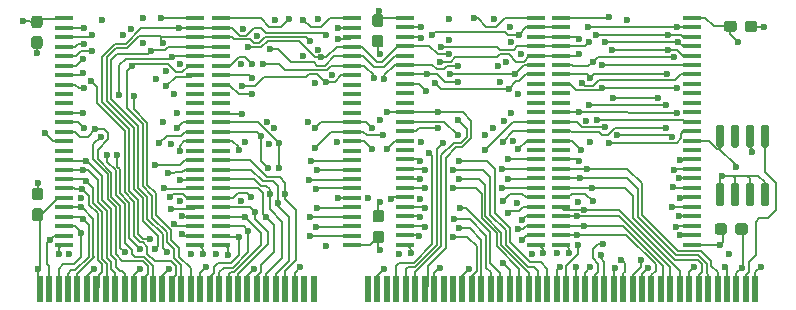
<source format=gbr>
G04 #@! TF.GenerationSoftware,KiCad,Pcbnew,5.1.5*
G04 #@! TF.CreationDate,2020-05-24T12:25:34+08:00*
G04 #@! TF.ProjectId,EDO RAM Stick Recreated,45444f20-5241-44d2-9053-7469636b2052,01*
G04 #@! TF.SameCoordinates,Original*
G04 #@! TF.FileFunction,Copper,L1,Top*
G04 #@! TF.FilePolarity,Positive*
%FSLAX46Y46*%
G04 Gerber Fmt 4.6, Leading zero omitted, Abs format (unit mm)*
G04 Created by KiCad (PCBNEW 5.1.5) date 2020-05-24 12:25:34*
%MOMM*%
%LPD*%
G04 APERTURE LIST*
%ADD10C,0.100000*%
%ADD11R,1.500000X0.300000*%
%ADD12R,0.600000X2.300000*%
%ADD13C,0.600000*%
%ADD14C,0.203200*%
%ADD15C,0.152400*%
G04 APERTURE END LIST*
G04 #@! TA.AperFunction,SMDPad,CuDef*
D10*
G36*
X125716903Y-61676322D02*
G01*
X125731464Y-61678482D01*
X125745743Y-61682059D01*
X125759603Y-61687018D01*
X125772910Y-61693312D01*
X125785536Y-61700880D01*
X125797359Y-61709648D01*
X125808266Y-61719534D01*
X125818152Y-61730441D01*
X125826920Y-61742264D01*
X125834488Y-61754890D01*
X125840782Y-61768197D01*
X125845741Y-61782057D01*
X125849318Y-61796336D01*
X125851478Y-61810897D01*
X125852200Y-61825600D01*
X125852200Y-63475600D01*
X125851478Y-63490303D01*
X125849318Y-63504864D01*
X125845741Y-63519143D01*
X125840782Y-63533003D01*
X125834488Y-63546310D01*
X125826920Y-63558936D01*
X125818152Y-63570759D01*
X125808266Y-63581666D01*
X125797359Y-63591552D01*
X125785536Y-63600320D01*
X125772910Y-63607888D01*
X125759603Y-63614182D01*
X125745743Y-63619141D01*
X125731464Y-63622718D01*
X125716903Y-63624878D01*
X125702200Y-63625600D01*
X125402200Y-63625600D01*
X125387497Y-63624878D01*
X125372936Y-63622718D01*
X125358657Y-63619141D01*
X125344797Y-63614182D01*
X125331490Y-63607888D01*
X125318864Y-63600320D01*
X125307041Y-63591552D01*
X125296134Y-63581666D01*
X125286248Y-63570759D01*
X125277480Y-63558936D01*
X125269912Y-63546310D01*
X125263618Y-63533003D01*
X125258659Y-63519143D01*
X125255082Y-63504864D01*
X125252922Y-63490303D01*
X125252200Y-63475600D01*
X125252200Y-61825600D01*
X125252922Y-61810897D01*
X125255082Y-61796336D01*
X125258659Y-61782057D01*
X125263618Y-61768197D01*
X125269912Y-61754890D01*
X125277480Y-61742264D01*
X125286248Y-61730441D01*
X125296134Y-61719534D01*
X125307041Y-61709648D01*
X125318864Y-61700880D01*
X125331490Y-61693312D01*
X125344797Y-61687018D01*
X125358657Y-61682059D01*
X125372936Y-61678482D01*
X125387497Y-61676322D01*
X125402200Y-61675600D01*
X125702200Y-61675600D01*
X125716903Y-61676322D01*
G37*
G04 #@! TD.AperFunction*
G04 #@! TA.AperFunction,SMDPad,CuDef*
G36*
X126986903Y-61676322D02*
G01*
X127001464Y-61678482D01*
X127015743Y-61682059D01*
X127029603Y-61687018D01*
X127042910Y-61693312D01*
X127055536Y-61700880D01*
X127067359Y-61709648D01*
X127078266Y-61719534D01*
X127088152Y-61730441D01*
X127096920Y-61742264D01*
X127104488Y-61754890D01*
X127110782Y-61768197D01*
X127115741Y-61782057D01*
X127119318Y-61796336D01*
X127121478Y-61810897D01*
X127122200Y-61825600D01*
X127122200Y-63475600D01*
X127121478Y-63490303D01*
X127119318Y-63504864D01*
X127115741Y-63519143D01*
X127110782Y-63533003D01*
X127104488Y-63546310D01*
X127096920Y-63558936D01*
X127088152Y-63570759D01*
X127078266Y-63581666D01*
X127067359Y-63591552D01*
X127055536Y-63600320D01*
X127042910Y-63607888D01*
X127029603Y-63614182D01*
X127015743Y-63619141D01*
X127001464Y-63622718D01*
X126986903Y-63624878D01*
X126972200Y-63625600D01*
X126672200Y-63625600D01*
X126657497Y-63624878D01*
X126642936Y-63622718D01*
X126628657Y-63619141D01*
X126614797Y-63614182D01*
X126601490Y-63607888D01*
X126588864Y-63600320D01*
X126577041Y-63591552D01*
X126566134Y-63581666D01*
X126556248Y-63570759D01*
X126547480Y-63558936D01*
X126539912Y-63546310D01*
X126533618Y-63533003D01*
X126528659Y-63519143D01*
X126525082Y-63504864D01*
X126522922Y-63490303D01*
X126522200Y-63475600D01*
X126522200Y-61825600D01*
X126522922Y-61810897D01*
X126525082Y-61796336D01*
X126528659Y-61782057D01*
X126533618Y-61768197D01*
X126539912Y-61754890D01*
X126547480Y-61742264D01*
X126556248Y-61730441D01*
X126566134Y-61719534D01*
X126577041Y-61709648D01*
X126588864Y-61700880D01*
X126601490Y-61693312D01*
X126614797Y-61687018D01*
X126628657Y-61682059D01*
X126642936Y-61678482D01*
X126657497Y-61676322D01*
X126672200Y-61675600D01*
X126972200Y-61675600D01*
X126986903Y-61676322D01*
G37*
G04 #@! TD.AperFunction*
G04 #@! TA.AperFunction,SMDPad,CuDef*
G36*
X128256903Y-61676322D02*
G01*
X128271464Y-61678482D01*
X128285743Y-61682059D01*
X128299603Y-61687018D01*
X128312910Y-61693312D01*
X128325536Y-61700880D01*
X128337359Y-61709648D01*
X128348266Y-61719534D01*
X128358152Y-61730441D01*
X128366920Y-61742264D01*
X128374488Y-61754890D01*
X128380782Y-61768197D01*
X128385741Y-61782057D01*
X128389318Y-61796336D01*
X128391478Y-61810897D01*
X128392200Y-61825600D01*
X128392200Y-63475600D01*
X128391478Y-63490303D01*
X128389318Y-63504864D01*
X128385741Y-63519143D01*
X128380782Y-63533003D01*
X128374488Y-63546310D01*
X128366920Y-63558936D01*
X128358152Y-63570759D01*
X128348266Y-63581666D01*
X128337359Y-63591552D01*
X128325536Y-63600320D01*
X128312910Y-63607888D01*
X128299603Y-63614182D01*
X128285743Y-63619141D01*
X128271464Y-63622718D01*
X128256903Y-63624878D01*
X128242200Y-63625600D01*
X127942200Y-63625600D01*
X127927497Y-63624878D01*
X127912936Y-63622718D01*
X127898657Y-63619141D01*
X127884797Y-63614182D01*
X127871490Y-63607888D01*
X127858864Y-63600320D01*
X127847041Y-63591552D01*
X127836134Y-63581666D01*
X127826248Y-63570759D01*
X127817480Y-63558936D01*
X127809912Y-63546310D01*
X127803618Y-63533003D01*
X127798659Y-63519143D01*
X127795082Y-63504864D01*
X127792922Y-63490303D01*
X127792200Y-63475600D01*
X127792200Y-61825600D01*
X127792922Y-61810897D01*
X127795082Y-61796336D01*
X127798659Y-61782057D01*
X127803618Y-61768197D01*
X127809912Y-61754890D01*
X127817480Y-61742264D01*
X127826248Y-61730441D01*
X127836134Y-61719534D01*
X127847041Y-61709648D01*
X127858864Y-61700880D01*
X127871490Y-61693312D01*
X127884797Y-61687018D01*
X127898657Y-61682059D01*
X127912936Y-61678482D01*
X127927497Y-61676322D01*
X127942200Y-61675600D01*
X128242200Y-61675600D01*
X128256903Y-61676322D01*
G37*
G04 #@! TD.AperFunction*
G04 #@! TA.AperFunction,SMDPad,CuDef*
G36*
X129526903Y-61676322D02*
G01*
X129541464Y-61678482D01*
X129555743Y-61682059D01*
X129569603Y-61687018D01*
X129582910Y-61693312D01*
X129595536Y-61700880D01*
X129607359Y-61709648D01*
X129618266Y-61719534D01*
X129628152Y-61730441D01*
X129636920Y-61742264D01*
X129644488Y-61754890D01*
X129650782Y-61768197D01*
X129655741Y-61782057D01*
X129659318Y-61796336D01*
X129661478Y-61810897D01*
X129662200Y-61825600D01*
X129662200Y-63475600D01*
X129661478Y-63490303D01*
X129659318Y-63504864D01*
X129655741Y-63519143D01*
X129650782Y-63533003D01*
X129644488Y-63546310D01*
X129636920Y-63558936D01*
X129628152Y-63570759D01*
X129618266Y-63581666D01*
X129607359Y-63591552D01*
X129595536Y-63600320D01*
X129582910Y-63607888D01*
X129569603Y-63614182D01*
X129555743Y-63619141D01*
X129541464Y-63622718D01*
X129526903Y-63624878D01*
X129512200Y-63625600D01*
X129212200Y-63625600D01*
X129197497Y-63624878D01*
X129182936Y-63622718D01*
X129168657Y-63619141D01*
X129154797Y-63614182D01*
X129141490Y-63607888D01*
X129128864Y-63600320D01*
X129117041Y-63591552D01*
X129106134Y-63581666D01*
X129096248Y-63570759D01*
X129087480Y-63558936D01*
X129079912Y-63546310D01*
X129073618Y-63533003D01*
X129068659Y-63519143D01*
X129065082Y-63504864D01*
X129062922Y-63490303D01*
X129062200Y-63475600D01*
X129062200Y-61825600D01*
X129062922Y-61810897D01*
X129065082Y-61796336D01*
X129068659Y-61782057D01*
X129073618Y-61768197D01*
X129079912Y-61754890D01*
X129087480Y-61742264D01*
X129096248Y-61730441D01*
X129106134Y-61719534D01*
X129117041Y-61709648D01*
X129128864Y-61700880D01*
X129141490Y-61693312D01*
X129154797Y-61687018D01*
X129168657Y-61682059D01*
X129182936Y-61678482D01*
X129197497Y-61676322D01*
X129212200Y-61675600D01*
X129512200Y-61675600D01*
X129526903Y-61676322D01*
G37*
G04 #@! TD.AperFunction*
G04 #@! TA.AperFunction,SMDPad,CuDef*
G36*
X129526903Y-66626322D02*
G01*
X129541464Y-66628482D01*
X129555743Y-66632059D01*
X129569603Y-66637018D01*
X129582910Y-66643312D01*
X129595536Y-66650880D01*
X129607359Y-66659648D01*
X129618266Y-66669534D01*
X129628152Y-66680441D01*
X129636920Y-66692264D01*
X129644488Y-66704890D01*
X129650782Y-66718197D01*
X129655741Y-66732057D01*
X129659318Y-66746336D01*
X129661478Y-66760897D01*
X129662200Y-66775600D01*
X129662200Y-68425600D01*
X129661478Y-68440303D01*
X129659318Y-68454864D01*
X129655741Y-68469143D01*
X129650782Y-68483003D01*
X129644488Y-68496310D01*
X129636920Y-68508936D01*
X129628152Y-68520759D01*
X129618266Y-68531666D01*
X129607359Y-68541552D01*
X129595536Y-68550320D01*
X129582910Y-68557888D01*
X129569603Y-68564182D01*
X129555743Y-68569141D01*
X129541464Y-68572718D01*
X129526903Y-68574878D01*
X129512200Y-68575600D01*
X129212200Y-68575600D01*
X129197497Y-68574878D01*
X129182936Y-68572718D01*
X129168657Y-68569141D01*
X129154797Y-68564182D01*
X129141490Y-68557888D01*
X129128864Y-68550320D01*
X129117041Y-68541552D01*
X129106134Y-68531666D01*
X129096248Y-68520759D01*
X129087480Y-68508936D01*
X129079912Y-68496310D01*
X129073618Y-68483003D01*
X129068659Y-68469143D01*
X129065082Y-68454864D01*
X129062922Y-68440303D01*
X129062200Y-68425600D01*
X129062200Y-66775600D01*
X129062922Y-66760897D01*
X129065082Y-66746336D01*
X129068659Y-66732057D01*
X129073618Y-66718197D01*
X129079912Y-66704890D01*
X129087480Y-66692264D01*
X129096248Y-66680441D01*
X129106134Y-66669534D01*
X129117041Y-66659648D01*
X129128864Y-66650880D01*
X129141490Y-66643312D01*
X129154797Y-66637018D01*
X129168657Y-66632059D01*
X129182936Y-66628482D01*
X129197497Y-66626322D01*
X129212200Y-66625600D01*
X129512200Y-66625600D01*
X129526903Y-66626322D01*
G37*
G04 #@! TD.AperFunction*
G04 #@! TA.AperFunction,SMDPad,CuDef*
G36*
X128256903Y-66626322D02*
G01*
X128271464Y-66628482D01*
X128285743Y-66632059D01*
X128299603Y-66637018D01*
X128312910Y-66643312D01*
X128325536Y-66650880D01*
X128337359Y-66659648D01*
X128348266Y-66669534D01*
X128358152Y-66680441D01*
X128366920Y-66692264D01*
X128374488Y-66704890D01*
X128380782Y-66718197D01*
X128385741Y-66732057D01*
X128389318Y-66746336D01*
X128391478Y-66760897D01*
X128392200Y-66775600D01*
X128392200Y-68425600D01*
X128391478Y-68440303D01*
X128389318Y-68454864D01*
X128385741Y-68469143D01*
X128380782Y-68483003D01*
X128374488Y-68496310D01*
X128366920Y-68508936D01*
X128358152Y-68520759D01*
X128348266Y-68531666D01*
X128337359Y-68541552D01*
X128325536Y-68550320D01*
X128312910Y-68557888D01*
X128299603Y-68564182D01*
X128285743Y-68569141D01*
X128271464Y-68572718D01*
X128256903Y-68574878D01*
X128242200Y-68575600D01*
X127942200Y-68575600D01*
X127927497Y-68574878D01*
X127912936Y-68572718D01*
X127898657Y-68569141D01*
X127884797Y-68564182D01*
X127871490Y-68557888D01*
X127858864Y-68550320D01*
X127847041Y-68541552D01*
X127836134Y-68531666D01*
X127826248Y-68520759D01*
X127817480Y-68508936D01*
X127809912Y-68496310D01*
X127803618Y-68483003D01*
X127798659Y-68469143D01*
X127795082Y-68454864D01*
X127792922Y-68440303D01*
X127792200Y-68425600D01*
X127792200Y-66775600D01*
X127792922Y-66760897D01*
X127795082Y-66746336D01*
X127798659Y-66732057D01*
X127803618Y-66718197D01*
X127809912Y-66704890D01*
X127817480Y-66692264D01*
X127826248Y-66680441D01*
X127836134Y-66669534D01*
X127847041Y-66659648D01*
X127858864Y-66650880D01*
X127871490Y-66643312D01*
X127884797Y-66637018D01*
X127898657Y-66632059D01*
X127912936Y-66628482D01*
X127927497Y-66626322D01*
X127942200Y-66625600D01*
X128242200Y-66625600D01*
X128256903Y-66626322D01*
G37*
G04 #@! TD.AperFunction*
G04 #@! TA.AperFunction,SMDPad,CuDef*
G36*
X126986903Y-66626322D02*
G01*
X127001464Y-66628482D01*
X127015743Y-66632059D01*
X127029603Y-66637018D01*
X127042910Y-66643312D01*
X127055536Y-66650880D01*
X127067359Y-66659648D01*
X127078266Y-66669534D01*
X127088152Y-66680441D01*
X127096920Y-66692264D01*
X127104488Y-66704890D01*
X127110782Y-66718197D01*
X127115741Y-66732057D01*
X127119318Y-66746336D01*
X127121478Y-66760897D01*
X127122200Y-66775600D01*
X127122200Y-68425600D01*
X127121478Y-68440303D01*
X127119318Y-68454864D01*
X127115741Y-68469143D01*
X127110782Y-68483003D01*
X127104488Y-68496310D01*
X127096920Y-68508936D01*
X127088152Y-68520759D01*
X127078266Y-68531666D01*
X127067359Y-68541552D01*
X127055536Y-68550320D01*
X127042910Y-68557888D01*
X127029603Y-68564182D01*
X127015743Y-68569141D01*
X127001464Y-68572718D01*
X126986903Y-68574878D01*
X126972200Y-68575600D01*
X126672200Y-68575600D01*
X126657497Y-68574878D01*
X126642936Y-68572718D01*
X126628657Y-68569141D01*
X126614797Y-68564182D01*
X126601490Y-68557888D01*
X126588864Y-68550320D01*
X126577041Y-68541552D01*
X126566134Y-68531666D01*
X126556248Y-68520759D01*
X126547480Y-68508936D01*
X126539912Y-68496310D01*
X126533618Y-68483003D01*
X126528659Y-68469143D01*
X126525082Y-68454864D01*
X126522922Y-68440303D01*
X126522200Y-68425600D01*
X126522200Y-66775600D01*
X126522922Y-66760897D01*
X126525082Y-66746336D01*
X126528659Y-66732057D01*
X126533618Y-66718197D01*
X126539912Y-66704890D01*
X126547480Y-66692264D01*
X126556248Y-66680441D01*
X126566134Y-66669534D01*
X126577041Y-66659648D01*
X126588864Y-66650880D01*
X126601490Y-66643312D01*
X126614797Y-66637018D01*
X126628657Y-66632059D01*
X126642936Y-66628482D01*
X126657497Y-66626322D01*
X126672200Y-66625600D01*
X126972200Y-66625600D01*
X126986903Y-66626322D01*
G37*
G04 #@! TD.AperFunction*
G04 #@! TA.AperFunction,SMDPad,CuDef*
G36*
X125716903Y-66626322D02*
G01*
X125731464Y-66628482D01*
X125745743Y-66632059D01*
X125759603Y-66637018D01*
X125772910Y-66643312D01*
X125785536Y-66650880D01*
X125797359Y-66659648D01*
X125808266Y-66669534D01*
X125818152Y-66680441D01*
X125826920Y-66692264D01*
X125834488Y-66704890D01*
X125840782Y-66718197D01*
X125845741Y-66732057D01*
X125849318Y-66746336D01*
X125851478Y-66760897D01*
X125852200Y-66775600D01*
X125852200Y-68425600D01*
X125851478Y-68440303D01*
X125849318Y-68454864D01*
X125845741Y-68469143D01*
X125840782Y-68483003D01*
X125834488Y-68496310D01*
X125826920Y-68508936D01*
X125818152Y-68520759D01*
X125808266Y-68531666D01*
X125797359Y-68541552D01*
X125785536Y-68550320D01*
X125772910Y-68557888D01*
X125759603Y-68564182D01*
X125745743Y-68569141D01*
X125731464Y-68572718D01*
X125716903Y-68574878D01*
X125702200Y-68575600D01*
X125402200Y-68575600D01*
X125387497Y-68574878D01*
X125372936Y-68572718D01*
X125358657Y-68569141D01*
X125344797Y-68564182D01*
X125331490Y-68557888D01*
X125318864Y-68550320D01*
X125307041Y-68541552D01*
X125296134Y-68531666D01*
X125286248Y-68520759D01*
X125277480Y-68508936D01*
X125269912Y-68496310D01*
X125263618Y-68483003D01*
X125258659Y-68469143D01*
X125255082Y-68454864D01*
X125252922Y-68440303D01*
X125252200Y-68425600D01*
X125252200Y-66775600D01*
X125252922Y-66760897D01*
X125255082Y-66746336D01*
X125258659Y-66732057D01*
X125263618Y-66718197D01*
X125269912Y-66704890D01*
X125277480Y-66692264D01*
X125286248Y-66680441D01*
X125296134Y-66669534D01*
X125307041Y-66659648D01*
X125318864Y-66650880D01*
X125331490Y-66643312D01*
X125344797Y-66637018D01*
X125358657Y-66632059D01*
X125372936Y-66628482D01*
X125387497Y-66626322D01*
X125402200Y-66625600D01*
X125702200Y-66625600D01*
X125716903Y-66626322D01*
G37*
G04 #@! TD.AperFunction*
D11*
X112106000Y-71830000D03*
X123206000Y-71830000D03*
X112106000Y-71030000D03*
X123206000Y-71030000D03*
X112106000Y-70230000D03*
X123206000Y-70230000D03*
X112106000Y-69430000D03*
X123206000Y-69430000D03*
X112106000Y-68630000D03*
X123206000Y-68630000D03*
X112106000Y-67830000D03*
X123206000Y-67830000D03*
X112106000Y-67030000D03*
X123206000Y-67030000D03*
X112106000Y-66230000D03*
X123206000Y-66230000D03*
X112106000Y-65430000D03*
X123206000Y-65430000D03*
X112106000Y-64630000D03*
X123206000Y-64630000D03*
X112106000Y-63830000D03*
X123206000Y-63830000D03*
X112106000Y-63030000D03*
X123206000Y-63030000D03*
X112106000Y-62230000D03*
X123206000Y-62230000D03*
X112106000Y-61430000D03*
X123206000Y-61430000D03*
X112106000Y-60630000D03*
X123206000Y-60630000D03*
X112106000Y-59830000D03*
X123206000Y-59830000D03*
X112106000Y-59030000D03*
X123206000Y-59030000D03*
X112106000Y-58230000D03*
X123206000Y-58230000D03*
X112106000Y-57430000D03*
X123206000Y-57430000D03*
X112106000Y-56630000D03*
X123206000Y-56630000D03*
X112106000Y-55830000D03*
X123206000Y-55830000D03*
X112106000Y-55030000D03*
X123206000Y-55030000D03*
X112106000Y-54230000D03*
X123206000Y-54230000D03*
X112106000Y-53430000D03*
X123206000Y-53430000D03*
X112106000Y-52630000D03*
X123206000Y-52630000D03*
X98898000Y-71830000D03*
X109998000Y-71830000D03*
X98898000Y-71030000D03*
X109998000Y-71030000D03*
X98898000Y-70230000D03*
X109998000Y-70230000D03*
X98898000Y-69430000D03*
X109998000Y-69430000D03*
X98898000Y-68630000D03*
X109998000Y-68630000D03*
X98898000Y-67830000D03*
X109998000Y-67830000D03*
X98898000Y-67030000D03*
X109998000Y-67030000D03*
X98898000Y-66230000D03*
X109998000Y-66230000D03*
X98898000Y-65430000D03*
X109998000Y-65430000D03*
X98898000Y-64630000D03*
X109998000Y-64630000D03*
X98898000Y-63830000D03*
X109998000Y-63830000D03*
X98898000Y-63030000D03*
X109998000Y-63030000D03*
X98898000Y-62230000D03*
X109998000Y-62230000D03*
X98898000Y-61430000D03*
X109998000Y-61430000D03*
X98898000Y-60630000D03*
X109998000Y-60630000D03*
X98898000Y-59830000D03*
X109998000Y-59830000D03*
X98898000Y-59030000D03*
X109998000Y-59030000D03*
X98898000Y-58230000D03*
X109998000Y-58230000D03*
X98898000Y-57430000D03*
X109998000Y-57430000D03*
X98898000Y-56630000D03*
X109998000Y-56630000D03*
X98898000Y-55830000D03*
X109998000Y-55830000D03*
X98898000Y-55030000D03*
X109998000Y-55030000D03*
X98898000Y-54230000D03*
X109998000Y-54230000D03*
X98898000Y-53430000D03*
X109998000Y-53430000D03*
X98898000Y-52630000D03*
X109998000Y-52630000D03*
X83302400Y-71880800D03*
X94402400Y-71880800D03*
X83302400Y-71080800D03*
X94402400Y-71080800D03*
X83302400Y-70280800D03*
X94402400Y-70280800D03*
X83302400Y-69480800D03*
X94402400Y-69480800D03*
X83302400Y-68680800D03*
X94402400Y-68680800D03*
X83302400Y-67880800D03*
X94402400Y-67880800D03*
X83302400Y-67080800D03*
X94402400Y-67080800D03*
X83302400Y-66280800D03*
X94402400Y-66280800D03*
X83302400Y-65480800D03*
X94402400Y-65480800D03*
X83302400Y-64680800D03*
X94402400Y-64680800D03*
X83302400Y-63880800D03*
X94402400Y-63880800D03*
X83302400Y-63080800D03*
X94402400Y-63080800D03*
X83302400Y-62280800D03*
X94402400Y-62280800D03*
X83302400Y-61480800D03*
X94402400Y-61480800D03*
X83302400Y-60680800D03*
X94402400Y-60680800D03*
X83302400Y-59880800D03*
X94402400Y-59880800D03*
X83302400Y-59080800D03*
X94402400Y-59080800D03*
X83302400Y-58280800D03*
X94402400Y-58280800D03*
X83302400Y-57480800D03*
X94402400Y-57480800D03*
X83302400Y-56680800D03*
X94402400Y-56680800D03*
X83302400Y-55880800D03*
X94402400Y-55880800D03*
X83302400Y-55080800D03*
X94402400Y-55080800D03*
X83302400Y-54280800D03*
X94402400Y-54280800D03*
X83302400Y-53480800D03*
X94402400Y-53480800D03*
X83302400Y-52680800D03*
X94402400Y-52680800D03*
X81143600Y-52680800D03*
X70043600Y-52680800D03*
X81143600Y-53480800D03*
X70043600Y-53480800D03*
X81143600Y-54280800D03*
X70043600Y-54280800D03*
X81143600Y-55080800D03*
X70043600Y-55080800D03*
X81143600Y-55880800D03*
X70043600Y-55880800D03*
X81143600Y-56680800D03*
X70043600Y-56680800D03*
X81143600Y-57480800D03*
X70043600Y-57480800D03*
X81143600Y-58280800D03*
X70043600Y-58280800D03*
X81143600Y-59080800D03*
X70043600Y-59080800D03*
X81143600Y-59880800D03*
X70043600Y-59880800D03*
X81143600Y-60680800D03*
X70043600Y-60680800D03*
X81143600Y-61480800D03*
X70043600Y-61480800D03*
X81143600Y-62280800D03*
X70043600Y-62280800D03*
X81143600Y-63080800D03*
X70043600Y-63080800D03*
X81143600Y-63880800D03*
X70043600Y-63880800D03*
X81143600Y-64680800D03*
X70043600Y-64680800D03*
X81143600Y-65480800D03*
X70043600Y-65480800D03*
X81143600Y-66280800D03*
X70043600Y-66280800D03*
X81143600Y-67080800D03*
X70043600Y-67080800D03*
X81143600Y-67880800D03*
X70043600Y-67880800D03*
X81143600Y-68680800D03*
X70043600Y-68680800D03*
X81143600Y-69480800D03*
X70043600Y-69480800D03*
X81143600Y-70280800D03*
X70043600Y-70280800D03*
X81143600Y-71080800D03*
X70043600Y-71080800D03*
X81143600Y-71880800D03*
X70043600Y-71880800D03*
D12*
X67946699Y-75596599D03*
X68746699Y-75596599D03*
X69546699Y-75596599D03*
X70346699Y-75596599D03*
X71146699Y-75596599D03*
X71946699Y-75596599D03*
X72746699Y-75596599D03*
X73546699Y-75596599D03*
X74346699Y-75596599D03*
X75146699Y-75596599D03*
X75946699Y-75596599D03*
X76746699Y-75596599D03*
X77546699Y-75596599D03*
X78346699Y-75596599D03*
X79146699Y-75596599D03*
X79946699Y-75596599D03*
X80746699Y-75596599D03*
X81546699Y-75596599D03*
X82346699Y-75596599D03*
X83146699Y-75596599D03*
X83946699Y-75596599D03*
X84746699Y-75596599D03*
X85546699Y-75596599D03*
X86346699Y-75596599D03*
X87146699Y-75596599D03*
X87946699Y-75596599D03*
X88746699Y-75596599D03*
X89546699Y-75596599D03*
X90346699Y-75596599D03*
X91146699Y-75596599D03*
X95746699Y-75596599D03*
X96546699Y-75596599D03*
X97346699Y-75596599D03*
X98146699Y-75596599D03*
X98946699Y-75596599D03*
X99746699Y-75596599D03*
X100546699Y-75596599D03*
X101346699Y-75596599D03*
X102146699Y-75596599D03*
X102946699Y-75596599D03*
X103746699Y-75596599D03*
X104546699Y-75596599D03*
X105346699Y-75596599D03*
X106146699Y-75596599D03*
X106946699Y-75596599D03*
X107746699Y-75596599D03*
X108546699Y-75596599D03*
X109346699Y-75596599D03*
X110146699Y-75596599D03*
X110946699Y-75596599D03*
X111746699Y-75596599D03*
X112546699Y-75596599D03*
X113346699Y-75596599D03*
X114146699Y-75596599D03*
X114946699Y-75596599D03*
X115746699Y-75596599D03*
X116546699Y-75596599D03*
X117346699Y-75596599D03*
X118146699Y-75596599D03*
X118946699Y-75596599D03*
X119746699Y-75596599D03*
X120546699Y-75596599D03*
X121346699Y-75596599D03*
X122146699Y-75596599D03*
X122946699Y-75596599D03*
X123746699Y-75596599D03*
X124546699Y-75596599D03*
X125346699Y-75596599D03*
X126146699Y-75596599D03*
X126946699Y-75596599D03*
X127746699Y-75596599D03*
X128546699Y-75596599D03*
G04 #@! TA.AperFunction,SMDPad,CuDef*
D10*
G36*
X127677779Y-70036544D02*
G01*
X127700834Y-70039963D01*
X127723443Y-70045627D01*
X127745387Y-70053479D01*
X127766457Y-70063444D01*
X127786448Y-70075426D01*
X127805168Y-70089310D01*
X127822438Y-70104962D01*
X127838090Y-70122232D01*
X127851974Y-70140952D01*
X127863956Y-70160943D01*
X127873921Y-70182013D01*
X127881773Y-70203957D01*
X127887437Y-70226566D01*
X127890856Y-70249621D01*
X127892000Y-70272900D01*
X127892000Y-70747900D01*
X127890856Y-70771179D01*
X127887437Y-70794234D01*
X127881773Y-70816843D01*
X127873921Y-70838787D01*
X127863956Y-70859857D01*
X127851974Y-70879848D01*
X127838090Y-70898568D01*
X127822438Y-70915838D01*
X127805168Y-70931490D01*
X127786448Y-70945374D01*
X127766457Y-70957356D01*
X127745387Y-70967321D01*
X127723443Y-70975173D01*
X127700834Y-70980837D01*
X127677779Y-70984256D01*
X127654500Y-70985400D01*
X127079500Y-70985400D01*
X127056221Y-70984256D01*
X127033166Y-70980837D01*
X127010557Y-70975173D01*
X126988613Y-70967321D01*
X126967543Y-70957356D01*
X126947552Y-70945374D01*
X126928832Y-70931490D01*
X126911562Y-70915838D01*
X126895910Y-70898568D01*
X126882026Y-70879848D01*
X126870044Y-70859857D01*
X126860079Y-70838787D01*
X126852227Y-70816843D01*
X126846563Y-70794234D01*
X126843144Y-70771179D01*
X126842000Y-70747900D01*
X126842000Y-70272900D01*
X126843144Y-70249621D01*
X126846563Y-70226566D01*
X126852227Y-70203957D01*
X126860079Y-70182013D01*
X126870044Y-70160943D01*
X126882026Y-70140952D01*
X126895910Y-70122232D01*
X126911562Y-70104962D01*
X126928832Y-70089310D01*
X126947552Y-70075426D01*
X126967543Y-70063444D01*
X126988613Y-70053479D01*
X127010557Y-70045627D01*
X127033166Y-70039963D01*
X127056221Y-70036544D01*
X127079500Y-70035400D01*
X127654500Y-70035400D01*
X127677779Y-70036544D01*
G37*
G04 #@! TD.AperFunction*
G04 #@! TA.AperFunction,SMDPad,CuDef*
G36*
X125927779Y-70036544D02*
G01*
X125950834Y-70039963D01*
X125973443Y-70045627D01*
X125995387Y-70053479D01*
X126016457Y-70063444D01*
X126036448Y-70075426D01*
X126055168Y-70089310D01*
X126072438Y-70104962D01*
X126088090Y-70122232D01*
X126101974Y-70140952D01*
X126113956Y-70160943D01*
X126123921Y-70182013D01*
X126131773Y-70203957D01*
X126137437Y-70226566D01*
X126140856Y-70249621D01*
X126142000Y-70272900D01*
X126142000Y-70747900D01*
X126140856Y-70771179D01*
X126137437Y-70794234D01*
X126131773Y-70816843D01*
X126123921Y-70838787D01*
X126113956Y-70859857D01*
X126101974Y-70879848D01*
X126088090Y-70898568D01*
X126072438Y-70915838D01*
X126055168Y-70931490D01*
X126036448Y-70945374D01*
X126016457Y-70957356D01*
X125995387Y-70967321D01*
X125973443Y-70975173D01*
X125950834Y-70980837D01*
X125927779Y-70984256D01*
X125904500Y-70985400D01*
X125329500Y-70985400D01*
X125306221Y-70984256D01*
X125283166Y-70980837D01*
X125260557Y-70975173D01*
X125238613Y-70967321D01*
X125217543Y-70957356D01*
X125197552Y-70945374D01*
X125178832Y-70931490D01*
X125161562Y-70915838D01*
X125145910Y-70898568D01*
X125132026Y-70879848D01*
X125120044Y-70859857D01*
X125110079Y-70838787D01*
X125102227Y-70816843D01*
X125096563Y-70794234D01*
X125093144Y-70771179D01*
X125092000Y-70747900D01*
X125092000Y-70272900D01*
X125093144Y-70249621D01*
X125096563Y-70226566D01*
X125102227Y-70203957D01*
X125110079Y-70182013D01*
X125120044Y-70160943D01*
X125132026Y-70140952D01*
X125145910Y-70122232D01*
X125161562Y-70104962D01*
X125178832Y-70089310D01*
X125197552Y-70075426D01*
X125217543Y-70063444D01*
X125238613Y-70053479D01*
X125260557Y-70045627D01*
X125283166Y-70039963D01*
X125306221Y-70036544D01*
X125329500Y-70035400D01*
X125904500Y-70035400D01*
X125927779Y-70036544D01*
G37*
G04 #@! TD.AperFunction*
G04 #@! TA.AperFunction,SMDPad,CuDef*
G36*
X128490579Y-52866144D02*
G01*
X128513634Y-52869563D01*
X128536243Y-52875227D01*
X128558187Y-52883079D01*
X128579257Y-52893044D01*
X128599248Y-52905026D01*
X128617968Y-52918910D01*
X128635238Y-52934562D01*
X128650890Y-52951832D01*
X128664774Y-52970552D01*
X128676756Y-52990543D01*
X128686721Y-53011613D01*
X128694573Y-53033557D01*
X128700237Y-53056166D01*
X128703656Y-53079221D01*
X128704800Y-53102500D01*
X128704800Y-53577500D01*
X128703656Y-53600779D01*
X128700237Y-53623834D01*
X128694573Y-53646443D01*
X128686721Y-53668387D01*
X128676756Y-53689457D01*
X128664774Y-53709448D01*
X128650890Y-53728168D01*
X128635238Y-53745438D01*
X128617968Y-53761090D01*
X128599248Y-53774974D01*
X128579257Y-53786956D01*
X128558187Y-53796921D01*
X128536243Y-53804773D01*
X128513634Y-53810437D01*
X128490579Y-53813856D01*
X128467300Y-53815000D01*
X127892300Y-53815000D01*
X127869021Y-53813856D01*
X127845966Y-53810437D01*
X127823357Y-53804773D01*
X127801413Y-53796921D01*
X127780343Y-53786956D01*
X127760352Y-53774974D01*
X127741632Y-53761090D01*
X127724362Y-53745438D01*
X127708710Y-53728168D01*
X127694826Y-53709448D01*
X127682844Y-53689457D01*
X127672879Y-53668387D01*
X127665027Y-53646443D01*
X127659363Y-53623834D01*
X127655944Y-53600779D01*
X127654800Y-53577500D01*
X127654800Y-53102500D01*
X127655944Y-53079221D01*
X127659363Y-53056166D01*
X127665027Y-53033557D01*
X127672879Y-53011613D01*
X127682844Y-52990543D01*
X127694826Y-52970552D01*
X127708710Y-52951832D01*
X127724362Y-52934562D01*
X127741632Y-52918910D01*
X127760352Y-52905026D01*
X127780343Y-52893044D01*
X127801413Y-52883079D01*
X127823357Y-52875227D01*
X127845966Y-52869563D01*
X127869021Y-52866144D01*
X127892300Y-52865000D01*
X128467300Y-52865000D01*
X128490579Y-52866144D01*
G37*
G04 #@! TD.AperFunction*
G04 #@! TA.AperFunction,SMDPad,CuDef*
G36*
X126740579Y-52866144D02*
G01*
X126763634Y-52869563D01*
X126786243Y-52875227D01*
X126808187Y-52883079D01*
X126829257Y-52893044D01*
X126849248Y-52905026D01*
X126867968Y-52918910D01*
X126885238Y-52934562D01*
X126900890Y-52951832D01*
X126914774Y-52970552D01*
X126926756Y-52990543D01*
X126936721Y-53011613D01*
X126944573Y-53033557D01*
X126950237Y-53056166D01*
X126953656Y-53079221D01*
X126954800Y-53102500D01*
X126954800Y-53577500D01*
X126953656Y-53600779D01*
X126950237Y-53623834D01*
X126944573Y-53646443D01*
X126936721Y-53668387D01*
X126926756Y-53689457D01*
X126914774Y-53709448D01*
X126900890Y-53728168D01*
X126885238Y-53745438D01*
X126867968Y-53761090D01*
X126849248Y-53774974D01*
X126829257Y-53786956D01*
X126808187Y-53796921D01*
X126786243Y-53804773D01*
X126763634Y-53810437D01*
X126740579Y-53813856D01*
X126717300Y-53815000D01*
X126142300Y-53815000D01*
X126119021Y-53813856D01*
X126095966Y-53810437D01*
X126073357Y-53804773D01*
X126051413Y-53796921D01*
X126030343Y-53786956D01*
X126010352Y-53774974D01*
X125991632Y-53761090D01*
X125974362Y-53745438D01*
X125958710Y-53728168D01*
X125944826Y-53709448D01*
X125932844Y-53689457D01*
X125922879Y-53668387D01*
X125915027Y-53646443D01*
X125909363Y-53623834D01*
X125905944Y-53600779D01*
X125904800Y-53577500D01*
X125904800Y-53102500D01*
X125905944Y-53079221D01*
X125909363Y-53056166D01*
X125915027Y-53033557D01*
X125922879Y-53011613D01*
X125932844Y-52990543D01*
X125944826Y-52970552D01*
X125958710Y-52951832D01*
X125974362Y-52934562D01*
X125991632Y-52918910D01*
X126010352Y-52905026D01*
X126030343Y-52893044D01*
X126051413Y-52883079D01*
X126073357Y-52875227D01*
X126095966Y-52869563D01*
X126119021Y-52866144D01*
X126142300Y-52865000D01*
X126717300Y-52865000D01*
X126740579Y-52866144D01*
G37*
G04 #@! TD.AperFunction*
G04 #@! TA.AperFunction,SMDPad,CuDef*
G36*
X96882379Y-68908344D02*
G01*
X96905434Y-68911763D01*
X96928043Y-68917427D01*
X96949987Y-68925279D01*
X96971057Y-68935244D01*
X96991048Y-68947226D01*
X97009768Y-68961110D01*
X97027038Y-68976762D01*
X97042690Y-68994032D01*
X97056574Y-69012752D01*
X97068556Y-69032743D01*
X97078521Y-69053813D01*
X97086373Y-69075757D01*
X97092037Y-69098366D01*
X97095456Y-69121421D01*
X97096600Y-69144700D01*
X97096600Y-69719700D01*
X97095456Y-69742979D01*
X97092037Y-69766034D01*
X97086373Y-69788643D01*
X97078521Y-69810587D01*
X97068556Y-69831657D01*
X97056574Y-69851648D01*
X97042690Y-69870368D01*
X97027038Y-69887638D01*
X97009768Y-69903290D01*
X96991048Y-69917174D01*
X96971057Y-69929156D01*
X96949987Y-69939121D01*
X96928043Y-69946973D01*
X96905434Y-69952637D01*
X96882379Y-69956056D01*
X96859100Y-69957200D01*
X96384100Y-69957200D01*
X96360821Y-69956056D01*
X96337766Y-69952637D01*
X96315157Y-69946973D01*
X96293213Y-69939121D01*
X96272143Y-69929156D01*
X96252152Y-69917174D01*
X96233432Y-69903290D01*
X96216162Y-69887638D01*
X96200510Y-69870368D01*
X96186626Y-69851648D01*
X96174644Y-69831657D01*
X96164679Y-69810587D01*
X96156827Y-69788643D01*
X96151163Y-69766034D01*
X96147744Y-69742979D01*
X96146600Y-69719700D01*
X96146600Y-69144700D01*
X96147744Y-69121421D01*
X96151163Y-69098366D01*
X96156827Y-69075757D01*
X96164679Y-69053813D01*
X96174644Y-69032743D01*
X96186626Y-69012752D01*
X96200510Y-68994032D01*
X96216162Y-68976762D01*
X96233432Y-68961110D01*
X96252152Y-68947226D01*
X96272143Y-68935244D01*
X96293213Y-68925279D01*
X96315157Y-68917427D01*
X96337766Y-68911763D01*
X96360821Y-68908344D01*
X96384100Y-68907200D01*
X96859100Y-68907200D01*
X96882379Y-68908344D01*
G37*
G04 #@! TD.AperFunction*
G04 #@! TA.AperFunction,SMDPad,CuDef*
G36*
X96882379Y-70658344D02*
G01*
X96905434Y-70661763D01*
X96928043Y-70667427D01*
X96949987Y-70675279D01*
X96971057Y-70685244D01*
X96991048Y-70697226D01*
X97009768Y-70711110D01*
X97027038Y-70726762D01*
X97042690Y-70744032D01*
X97056574Y-70762752D01*
X97068556Y-70782743D01*
X97078521Y-70803813D01*
X97086373Y-70825757D01*
X97092037Y-70848366D01*
X97095456Y-70871421D01*
X97096600Y-70894700D01*
X97096600Y-71469700D01*
X97095456Y-71492979D01*
X97092037Y-71516034D01*
X97086373Y-71538643D01*
X97078521Y-71560587D01*
X97068556Y-71581657D01*
X97056574Y-71601648D01*
X97042690Y-71620368D01*
X97027038Y-71637638D01*
X97009768Y-71653290D01*
X96991048Y-71667174D01*
X96971057Y-71679156D01*
X96949987Y-71689121D01*
X96928043Y-71696973D01*
X96905434Y-71702637D01*
X96882379Y-71706056D01*
X96859100Y-71707200D01*
X96384100Y-71707200D01*
X96360821Y-71706056D01*
X96337766Y-71702637D01*
X96315157Y-71696973D01*
X96293213Y-71689121D01*
X96272143Y-71679156D01*
X96252152Y-71667174D01*
X96233432Y-71653290D01*
X96216162Y-71637638D01*
X96200510Y-71620368D01*
X96186626Y-71601648D01*
X96174644Y-71581657D01*
X96164679Y-71560587D01*
X96156827Y-71538643D01*
X96151163Y-71516034D01*
X96147744Y-71492979D01*
X96146600Y-71469700D01*
X96146600Y-70894700D01*
X96147744Y-70871421D01*
X96151163Y-70848366D01*
X96156827Y-70825757D01*
X96164679Y-70803813D01*
X96174644Y-70782743D01*
X96186626Y-70762752D01*
X96200510Y-70744032D01*
X96216162Y-70726762D01*
X96233432Y-70711110D01*
X96252152Y-70697226D01*
X96272143Y-70685244D01*
X96293213Y-70675279D01*
X96315157Y-70667427D01*
X96337766Y-70661763D01*
X96360821Y-70658344D01*
X96384100Y-70657200D01*
X96859100Y-70657200D01*
X96882379Y-70658344D01*
G37*
G04 #@! TD.AperFunction*
G04 #@! TA.AperFunction,SMDPad,CuDef*
G36*
X96831579Y-52336144D02*
G01*
X96854634Y-52339563D01*
X96877243Y-52345227D01*
X96899187Y-52353079D01*
X96920257Y-52363044D01*
X96940248Y-52375026D01*
X96958968Y-52388910D01*
X96976238Y-52404562D01*
X96991890Y-52421832D01*
X97005774Y-52440552D01*
X97017756Y-52460543D01*
X97027721Y-52481613D01*
X97035573Y-52503557D01*
X97041237Y-52526166D01*
X97044656Y-52549221D01*
X97045800Y-52572500D01*
X97045800Y-53147500D01*
X97044656Y-53170779D01*
X97041237Y-53193834D01*
X97035573Y-53216443D01*
X97027721Y-53238387D01*
X97017756Y-53259457D01*
X97005774Y-53279448D01*
X96991890Y-53298168D01*
X96976238Y-53315438D01*
X96958968Y-53331090D01*
X96940248Y-53344974D01*
X96920257Y-53356956D01*
X96899187Y-53366921D01*
X96877243Y-53374773D01*
X96854634Y-53380437D01*
X96831579Y-53383856D01*
X96808300Y-53385000D01*
X96333300Y-53385000D01*
X96310021Y-53383856D01*
X96286966Y-53380437D01*
X96264357Y-53374773D01*
X96242413Y-53366921D01*
X96221343Y-53356956D01*
X96201352Y-53344974D01*
X96182632Y-53331090D01*
X96165362Y-53315438D01*
X96149710Y-53298168D01*
X96135826Y-53279448D01*
X96123844Y-53259457D01*
X96113879Y-53238387D01*
X96106027Y-53216443D01*
X96100363Y-53193834D01*
X96096944Y-53170779D01*
X96095800Y-53147500D01*
X96095800Y-52572500D01*
X96096944Y-52549221D01*
X96100363Y-52526166D01*
X96106027Y-52503557D01*
X96113879Y-52481613D01*
X96123844Y-52460543D01*
X96135826Y-52440552D01*
X96149710Y-52421832D01*
X96165362Y-52404562D01*
X96182632Y-52388910D01*
X96201352Y-52375026D01*
X96221343Y-52363044D01*
X96242413Y-52353079D01*
X96264357Y-52345227D01*
X96286966Y-52339563D01*
X96310021Y-52336144D01*
X96333300Y-52335000D01*
X96808300Y-52335000D01*
X96831579Y-52336144D01*
G37*
G04 #@! TD.AperFunction*
G04 #@! TA.AperFunction,SMDPad,CuDef*
G36*
X96831579Y-54086144D02*
G01*
X96854634Y-54089563D01*
X96877243Y-54095227D01*
X96899187Y-54103079D01*
X96920257Y-54113044D01*
X96940248Y-54125026D01*
X96958968Y-54138910D01*
X96976238Y-54154562D01*
X96991890Y-54171832D01*
X97005774Y-54190552D01*
X97017756Y-54210543D01*
X97027721Y-54231613D01*
X97035573Y-54253557D01*
X97041237Y-54276166D01*
X97044656Y-54299221D01*
X97045800Y-54322500D01*
X97045800Y-54897500D01*
X97044656Y-54920779D01*
X97041237Y-54943834D01*
X97035573Y-54966443D01*
X97027721Y-54988387D01*
X97017756Y-55009457D01*
X97005774Y-55029448D01*
X96991890Y-55048168D01*
X96976238Y-55065438D01*
X96958968Y-55081090D01*
X96940248Y-55094974D01*
X96920257Y-55106956D01*
X96899187Y-55116921D01*
X96877243Y-55124773D01*
X96854634Y-55130437D01*
X96831579Y-55133856D01*
X96808300Y-55135000D01*
X96333300Y-55135000D01*
X96310021Y-55133856D01*
X96286966Y-55130437D01*
X96264357Y-55124773D01*
X96242413Y-55116921D01*
X96221343Y-55106956D01*
X96201352Y-55094974D01*
X96182632Y-55081090D01*
X96165362Y-55065438D01*
X96149710Y-55048168D01*
X96135826Y-55029448D01*
X96123844Y-55009457D01*
X96113879Y-54988387D01*
X96106027Y-54966443D01*
X96100363Y-54943834D01*
X96096944Y-54920779D01*
X96095800Y-54897500D01*
X96095800Y-54322500D01*
X96096944Y-54299221D01*
X96100363Y-54276166D01*
X96106027Y-54253557D01*
X96113879Y-54231613D01*
X96123844Y-54210543D01*
X96135826Y-54190552D01*
X96149710Y-54171832D01*
X96165362Y-54154562D01*
X96182632Y-54138910D01*
X96201352Y-54125026D01*
X96221343Y-54113044D01*
X96242413Y-54103079D01*
X96264357Y-54095227D01*
X96286966Y-54089563D01*
X96310021Y-54086144D01*
X96333300Y-54085000D01*
X96808300Y-54085000D01*
X96831579Y-54086144D01*
G37*
G04 #@! TD.AperFunction*
G04 #@! TA.AperFunction,SMDPad,CuDef*
G36*
X68027979Y-68778744D02*
G01*
X68051034Y-68782163D01*
X68073643Y-68787827D01*
X68095587Y-68795679D01*
X68116657Y-68805644D01*
X68136648Y-68817626D01*
X68155368Y-68831510D01*
X68172638Y-68847162D01*
X68188290Y-68864432D01*
X68202174Y-68883152D01*
X68214156Y-68903143D01*
X68224121Y-68924213D01*
X68231973Y-68946157D01*
X68237637Y-68968766D01*
X68241056Y-68991821D01*
X68242200Y-69015100D01*
X68242200Y-69590100D01*
X68241056Y-69613379D01*
X68237637Y-69636434D01*
X68231973Y-69659043D01*
X68224121Y-69680987D01*
X68214156Y-69702057D01*
X68202174Y-69722048D01*
X68188290Y-69740768D01*
X68172638Y-69758038D01*
X68155368Y-69773690D01*
X68136648Y-69787574D01*
X68116657Y-69799556D01*
X68095587Y-69809521D01*
X68073643Y-69817373D01*
X68051034Y-69823037D01*
X68027979Y-69826456D01*
X68004700Y-69827600D01*
X67529700Y-69827600D01*
X67506421Y-69826456D01*
X67483366Y-69823037D01*
X67460757Y-69817373D01*
X67438813Y-69809521D01*
X67417743Y-69799556D01*
X67397752Y-69787574D01*
X67379032Y-69773690D01*
X67361762Y-69758038D01*
X67346110Y-69740768D01*
X67332226Y-69722048D01*
X67320244Y-69702057D01*
X67310279Y-69680987D01*
X67302427Y-69659043D01*
X67296763Y-69636434D01*
X67293344Y-69613379D01*
X67292200Y-69590100D01*
X67292200Y-69015100D01*
X67293344Y-68991821D01*
X67296763Y-68968766D01*
X67302427Y-68946157D01*
X67310279Y-68924213D01*
X67320244Y-68903143D01*
X67332226Y-68883152D01*
X67346110Y-68864432D01*
X67361762Y-68847162D01*
X67379032Y-68831510D01*
X67397752Y-68817626D01*
X67417743Y-68805644D01*
X67438813Y-68795679D01*
X67460757Y-68787827D01*
X67483366Y-68782163D01*
X67506421Y-68778744D01*
X67529700Y-68777600D01*
X68004700Y-68777600D01*
X68027979Y-68778744D01*
G37*
G04 #@! TD.AperFunction*
G04 #@! TA.AperFunction,SMDPad,CuDef*
G36*
X68027979Y-67028744D02*
G01*
X68051034Y-67032163D01*
X68073643Y-67037827D01*
X68095587Y-67045679D01*
X68116657Y-67055644D01*
X68136648Y-67067626D01*
X68155368Y-67081510D01*
X68172638Y-67097162D01*
X68188290Y-67114432D01*
X68202174Y-67133152D01*
X68214156Y-67153143D01*
X68224121Y-67174213D01*
X68231973Y-67196157D01*
X68237637Y-67218766D01*
X68241056Y-67241821D01*
X68242200Y-67265100D01*
X68242200Y-67840100D01*
X68241056Y-67863379D01*
X68237637Y-67886434D01*
X68231973Y-67909043D01*
X68224121Y-67930987D01*
X68214156Y-67952057D01*
X68202174Y-67972048D01*
X68188290Y-67990768D01*
X68172638Y-68008038D01*
X68155368Y-68023690D01*
X68136648Y-68037574D01*
X68116657Y-68049556D01*
X68095587Y-68059521D01*
X68073643Y-68067373D01*
X68051034Y-68073037D01*
X68027979Y-68076456D01*
X68004700Y-68077600D01*
X67529700Y-68077600D01*
X67506421Y-68076456D01*
X67483366Y-68073037D01*
X67460757Y-68067373D01*
X67438813Y-68059521D01*
X67417743Y-68049556D01*
X67397752Y-68037574D01*
X67379032Y-68023690D01*
X67361762Y-68008038D01*
X67346110Y-67990768D01*
X67332226Y-67972048D01*
X67320244Y-67952057D01*
X67310279Y-67930987D01*
X67302427Y-67909043D01*
X67296763Y-67886434D01*
X67293344Y-67863379D01*
X67292200Y-67840100D01*
X67292200Y-67265100D01*
X67293344Y-67241821D01*
X67296763Y-67218766D01*
X67302427Y-67196157D01*
X67310279Y-67174213D01*
X67320244Y-67153143D01*
X67332226Y-67133152D01*
X67346110Y-67114432D01*
X67361762Y-67097162D01*
X67379032Y-67081510D01*
X67397752Y-67067626D01*
X67417743Y-67055644D01*
X67438813Y-67045679D01*
X67460757Y-67037827D01*
X67483366Y-67032163D01*
X67506421Y-67028744D01*
X67529700Y-67027600D01*
X68004700Y-67027600D01*
X68027979Y-67028744D01*
G37*
G04 #@! TD.AperFunction*
G04 #@! TA.AperFunction,SMDPad,CuDef*
G36*
X67977179Y-52449144D02*
G01*
X68000234Y-52452563D01*
X68022843Y-52458227D01*
X68044787Y-52466079D01*
X68065857Y-52476044D01*
X68085848Y-52488026D01*
X68104568Y-52501910D01*
X68121838Y-52517562D01*
X68137490Y-52534832D01*
X68151374Y-52553552D01*
X68163356Y-52573543D01*
X68173321Y-52594613D01*
X68181173Y-52616557D01*
X68186837Y-52639166D01*
X68190256Y-52662221D01*
X68191400Y-52685500D01*
X68191400Y-53260500D01*
X68190256Y-53283779D01*
X68186837Y-53306834D01*
X68181173Y-53329443D01*
X68173321Y-53351387D01*
X68163356Y-53372457D01*
X68151374Y-53392448D01*
X68137490Y-53411168D01*
X68121838Y-53428438D01*
X68104568Y-53444090D01*
X68085848Y-53457974D01*
X68065857Y-53469956D01*
X68044787Y-53479921D01*
X68022843Y-53487773D01*
X68000234Y-53493437D01*
X67977179Y-53496856D01*
X67953900Y-53498000D01*
X67478900Y-53498000D01*
X67455621Y-53496856D01*
X67432566Y-53493437D01*
X67409957Y-53487773D01*
X67388013Y-53479921D01*
X67366943Y-53469956D01*
X67346952Y-53457974D01*
X67328232Y-53444090D01*
X67310962Y-53428438D01*
X67295310Y-53411168D01*
X67281426Y-53392448D01*
X67269444Y-53372457D01*
X67259479Y-53351387D01*
X67251627Y-53329443D01*
X67245963Y-53306834D01*
X67242544Y-53283779D01*
X67241400Y-53260500D01*
X67241400Y-52685500D01*
X67242544Y-52662221D01*
X67245963Y-52639166D01*
X67251627Y-52616557D01*
X67259479Y-52594613D01*
X67269444Y-52573543D01*
X67281426Y-52553552D01*
X67295310Y-52534832D01*
X67310962Y-52517562D01*
X67328232Y-52501910D01*
X67346952Y-52488026D01*
X67366943Y-52476044D01*
X67388013Y-52466079D01*
X67409957Y-52458227D01*
X67432566Y-52452563D01*
X67455621Y-52449144D01*
X67478900Y-52448000D01*
X67953900Y-52448000D01*
X67977179Y-52449144D01*
G37*
G04 #@! TD.AperFunction*
G04 #@! TA.AperFunction,SMDPad,CuDef*
G36*
X67977179Y-54199144D02*
G01*
X68000234Y-54202563D01*
X68022843Y-54208227D01*
X68044787Y-54216079D01*
X68065857Y-54226044D01*
X68085848Y-54238026D01*
X68104568Y-54251910D01*
X68121838Y-54267562D01*
X68137490Y-54284832D01*
X68151374Y-54303552D01*
X68163356Y-54323543D01*
X68173321Y-54344613D01*
X68181173Y-54366557D01*
X68186837Y-54389166D01*
X68190256Y-54412221D01*
X68191400Y-54435500D01*
X68191400Y-55010500D01*
X68190256Y-55033779D01*
X68186837Y-55056834D01*
X68181173Y-55079443D01*
X68173321Y-55101387D01*
X68163356Y-55122457D01*
X68151374Y-55142448D01*
X68137490Y-55161168D01*
X68121838Y-55178438D01*
X68104568Y-55194090D01*
X68085848Y-55207974D01*
X68065857Y-55219956D01*
X68044787Y-55229921D01*
X68022843Y-55237773D01*
X68000234Y-55243437D01*
X67977179Y-55246856D01*
X67953900Y-55248000D01*
X67478900Y-55248000D01*
X67455621Y-55246856D01*
X67432566Y-55243437D01*
X67409957Y-55237773D01*
X67388013Y-55229921D01*
X67366943Y-55219956D01*
X67346952Y-55207974D01*
X67328232Y-55194090D01*
X67310962Y-55178438D01*
X67295310Y-55161168D01*
X67281426Y-55142448D01*
X67269444Y-55122457D01*
X67259479Y-55101387D01*
X67251627Y-55079443D01*
X67245963Y-55056834D01*
X67242544Y-55033779D01*
X67241400Y-55010500D01*
X67241400Y-54435500D01*
X67242544Y-54412221D01*
X67245963Y-54389166D01*
X67251627Y-54366557D01*
X67259479Y-54344613D01*
X67269444Y-54323543D01*
X67281426Y-54303552D01*
X67295310Y-54284832D01*
X67310962Y-54267562D01*
X67328232Y-54251910D01*
X67346952Y-54238026D01*
X67366943Y-54226044D01*
X67388013Y-54216079D01*
X67409957Y-54208227D01*
X67432566Y-54202563D01*
X67455621Y-54199144D01*
X67478900Y-54198000D01*
X67953900Y-54198000D01*
X67977179Y-54199144D01*
G37*
G04 #@! TD.AperFunction*
D13*
X104292400Y-73914000D03*
X97078800Y-73914000D03*
X86106000Y-73863200D03*
X78892400Y-73914000D03*
X110591600Y-72542400D03*
X85953600Y-56540400D03*
X67767200Y-73863200D03*
X68376800Y-62382400D03*
X66497200Y-52933600D03*
X79095600Y-63296800D03*
X89052400Y-52730400D03*
X92151200Y-71932800D03*
X91490800Y-52730400D03*
X84785200Y-63804800D03*
X90017600Y-73761600D03*
X85852000Y-67818000D03*
X96774000Y-68224400D03*
X97383600Y-63703200D03*
X97688400Y-67970400D03*
X108356400Y-68275200D03*
X106375200Y-52730400D03*
X93116400Y-63144400D03*
X79857600Y-68173600D03*
X76708000Y-52679600D03*
X114757200Y-68173600D03*
X113792000Y-63804800D03*
X116128800Y-52527200D03*
X129235200Y-53390800D03*
X127431800Y-73787000D03*
X125679200Y-65989200D03*
X108051600Y-63042800D03*
X96672400Y-52019200D03*
X126339600Y-72644000D03*
X95746000Y-67931600D03*
X69545200Y-72644000D03*
X83870800Y-72745600D03*
X99364800Y-72542400D03*
X112725200Y-72542400D03*
X109626400Y-72593200D03*
X80721200Y-72644000D03*
X119430800Y-73812400D03*
X114554000Y-73761600D03*
X107137200Y-73406000D03*
X101803200Y-73812400D03*
X81991200Y-73761600D03*
X76403200Y-73914000D03*
X67767200Y-66598800D03*
X67716400Y-55626000D03*
X78232000Y-52679600D03*
X79806800Y-63906400D03*
X78943200Y-67818000D03*
X90220800Y-52781200D03*
X85344000Y-63144400D03*
X84988400Y-68122800D03*
X96723200Y-55727600D03*
X102565200Y-52730400D03*
X93167200Y-67868800D03*
X96723200Y-72288400D03*
X96113600Y-63754000D03*
X104698800Y-52679600D03*
X108458000Y-63754000D03*
X107137200Y-68173600D03*
X100126800Y-67970400D03*
X100228400Y-63144400D03*
X73253600Y-52781200D03*
X127101600Y-54660800D03*
X122123200Y-67868800D03*
X125578800Y-71830000D03*
X114554000Y-63144400D03*
X126898400Y-65278000D03*
X117652800Y-52781200D03*
X87884000Y-52781200D03*
X113487200Y-68224400D03*
X81737200Y-72593200D03*
X111709200Y-72542400D03*
X98399600Y-72644000D03*
X82854800Y-72644000D03*
X70408800Y-72593200D03*
X72542400Y-73914000D03*
X116636800Y-73812400D03*
X123342400Y-73761600D03*
X128981200Y-73761600D03*
X111963200Y-73761600D03*
X71475600Y-67868800D03*
X68815600Y-71406400D03*
X80010000Y-70916800D03*
X71424800Y-70866000D03*
X79349600Y-70104000D03*
X71577200Y-69646800D03*
X80010000Y-69392800D03*
X71476400Y-68680800D03*
X79044800Y-68783200D03*
X71526400Y-67106800D03*
X78435200Y-67005200D03*
X71907400Y-66421000D03*
X79870800Y-66331600D03*
X71577200Y-65481200D03*
X78790800Y-65735200D03*
X71882000Y-64719200D03*
X77673200Y-65074800D03*
X71729600Y-61976000D03*
X73101200Y-62687200D03*
X75184000Y-72491600D03*
X72644000Y-62077600D03*
X73660000Y-64262000D03*
X88239600Y-63246000D03*
X88239600Y-65379600D03*
X76454000Y-72186800D03*
X86664800Y-62636400D03*
X87274400Y-65379600D03*
X74523600Y-64211200D03*
X78638400Y-58420000D03*
X72313800Y-57988200D03*
X85090000Y-58420000D03*
X101447600Y-58166000D03*
X107645200Y-58623200D03*
X113893600Y-58166000D03*
X92202000Y-58064400D03*
X77343000Y-55448200D03*
X78689200Y-72440800D03*
X75793600Y-56692800D03*
X77724000Y-72186800D03*
X78384400Y-54762400D03*
X74676000Y-59182000D03*
X79171800Y-55956200D03*
X75895200Y-59232800D03*
X77266800Y-71323200D03*
X79767600Y-53480800D03*
X78079600Y-63246000D03*
X79603600Y-61976000D03*
X78384400Y-61417200D03*
X71653600Y-60680800D03*
X79578000Y-60680800D03*
X71678800Y-53492400D03*
X72339200Y-54102000D03*
X71678800Y-54813200D03*
X91490800Y-55321200D03*
X101904800Y-55067200D03*
X115773200Y-54660800D03*
X121970800Y-54660800D03*
X86817200Y-56540400D03*
X84988400Y-56540400D03*
X96215200Y-57759600D03*
X102717600Y-57404000D03*
X108229400Y-57378600D03*
X115570000Y-56642000D03*
X90830400Y-54610000D03*
X102565200Y-54508400D03*
X115062000Y-54051200D03*
X121107200Y-54051200D03*
X90220800Y-55829200D03*
X101854000Y-56337200D03*
X116382800Y-55321200D03*
X121107200Y-55321200D03*
X92202000Y-54051200D03*
X101193600Y-54051200D03*
X108508800Y-54051200D03*
X114401600Y-53390800D03*
X121886674Y-53424126D03*
X84785200Y-71170800D03*
X90881200Y-64719200D03*
X85598000Y-70662800D03*
X91389600Y-65531600D03*
X85344000Y-69494400D03*
X90792800Y-66331600D03*
X86156800Y-69088000D03*
X91313600Y-67131600D03*
X87071200Y-69494400D03*
X91389200Y-68732400D03*
X87426800Y-67513200D03*
X90844000Y-69531600D03*
X88087200Y-68275200D03*
X91364800Y-70331600D03*
X88747600Y-67564000D03*
X90818800Y-71131600D03*
X91236800Y-63652400D03*
X87325200Y-63296800D03*
X97028000Y-62585600D03*
X100888800Y-64058800D03*
X107137200Y-63144400D03*
X116179600Y-63195200D03*
X91287600Y-61976000D03*
X96113600Y-61976000D03*
X102057200Y-63195200D03*
X105613200Y-63804800D03*
X87782400Y-61976000D03*
X115163600Y-61264800D03*
X90627200Y-61417200D03*
X87172800Y-61417200D03*
X103378000Y-61315600D03*
X107238800Y-61366400D03*
X96774000Y-61315600D03*
X114198400Y-61366400D03*
X85039200Y-60756800D03*
X97383600Y-60604400D03*
X101676000Y-60630000D03*
X107873600Y-60731600D03*
X121869200Y-60655200D03*
X113610118Y-60633882D03*
X100076000Y-71120000D03*
X102971600Y-71170800D03*
X108762800Y-71475600D03*
X100584000Y-70358000D03*
X103479600Y-70408800D03*
X108407200Y-70510400D03*
X100177600Y-69494400D03*
X103022400Y-69646800D03*
X108813600Y-69748400D03*
X100533200Y-68732400D03*
X103530400Y-68732400D03*
X107594400Y-69138800D03*
X100584000Y-67005200D03*
X102920800Y-67056000D03*
X107086400Y-67005200D03*
X100126800Y-66243200D03*
X103479600Y-66294000D03*
X107594400Y-66294000D03*
X100533200Y-65532000D03*
X102971600Y-65532000D03*
X107086800Y-65430000D03*
X100177600Y-64719200D03*
X103479600Y-64770000D03*
X107594400Y-64617600D03*
X85191600Y-53543200D03*
X93208061Y-53533261D03*
X100228400Y-53441600D03*
X107797600Y-53441600D03*
X75641200Y-53594000D03*
X113538000Y-71882000D03*
X86309200Y-54203600D03*
X93191900Y-54431500D03*
X100228400Y-54305200D03*
X107848400Y-54711600D03*
X75031600Y-54102000D03*
X113588800Y-54406800D03*
X85547200Y-55118000D03*
X91795600Y-55981600D03*
X102565200Y-55727600D03*
X108661200Y-55727600D03*
X76708000Y-54762400D03*
X114452400Y-54711600D03*
X72339200Y-55422800D03*
X87477600Y-55270400D03*
X107442000Y-56388000D03*
X79857600Y-56540400D03*
X113588800Y-55727600D03*
X113385600Y-73761600D03*
X115620800Y-71780400D03*
X71662800Y-58607200D03*
X85953600Y-59080400D03*
X91287600Y-58115200D03*
X100634800Y-58826400D03*
X108432600Y-59105800D03*
X79298800Y-59080400D03*
X121920000Y-58572400D03*
X115544600Y-58597800D03*
X71628000Y-56083200D03*
X97129600Y-57810400D03*
X103327200Y-56743600D03*
X106730800Y-56743600D03*
X121615200Y-55930800D03*
X114757200Y-56388000D03*
X78638400Y-57150000D03*
X115468400Y-72745600D03*
X71628000Y-57302400D03*
X85953600Y-57759600D03*
X92710000Y-57454800D03*
X103327200Y-58064400D03*
X100710400Y-57430000D03*
X106883200Y-58064400D03*
X77825600Y-57810400D03*
X121056400Y-57353200D03*
X114554000Y-57708800D03*
X103378000Y-62585600D03*
X105664000Y-62585600D03*
X117195600Y-73101200D03*
X120294400Y-59385200D03*
X116484400Y-59385200D03*
X101701600Y-61976000D03*
X106324400Y-61976000D03*
X121005600Y-60045600D03*
X114452400Y-60045600D03*
X115773200Y-61874400D03*
X116789200Y-62585600D03*
X118872000Y-73152000D03*
X121513600Y-62687200D03*
X120954800Y-61925200D03*
X113424800Y-71030000D03*
X122162400Y-71030000D03*
X114021600Y-70230000D03*
X121818400Y-70358000D03*
X113450000Y-69430000D03*
X122072400Y-69443600D03*
X114046000Y-68884800D03*
X121462800Y-68681600D03*
X114732400Y-67030000D03*
X121564400Y-66954400D03*
X113703600Y-66230000D03*
X122072400Y-66192400D03*
X114249600Y-65430000D03*
X121615200Y-65481200D03*
X113588800Y-64719200D03*
X125984000Y-73761600D03*
X122174000Y-64668400D03*
X128270000Y-63957200D03*
D14*
X103696699Y-74509701D02*
X104292400Y-73914000D01*
X103696699Y-75596599D02*
X103696699Y-74509701D01*
X96483099Y-74509701D02*
X97078800Y-73914000D01*
X96483099Y-75596599D02*
X96483099Y-74509701D01*
X85510299Y-74458901D02*
X86106000Y-73863200D01*
X85510299Y-75545799D02*
X85510299Y-74458901D01*
X78296699Y-74509701D02*
X78892400Y-73914000D01*
X78296699Y-75596599D02*
X78296699Y-74509701D01*
X110591600Y-72542400D02*
X110591600Y-72542400D01*
X109998000Y-71830000D02*
X110234800Y-71830000D01*
X110234800Y-71830000D02*
X110591600Y-72186800D01*
X110591600Y-72186800D02*
X110591600Y-72542400D01*
X68060600Y-69302600D02*
X67767200Y-69302600D01*
X70043600Y-67880800D02*
X69482400Y-67880800D01*
X69482400Y-67880800D02*
X68060600Y-69302600D01*
X67767200Y-73863200D02*
X67767200Y-73863200D01*
X67767200Y-75417100D02*
X67946699Y-75596599D01*
X67767200Y-73863200D02*
X67767200Y-75417100D01*
X69090400Y-63080800D02*
X68376800Y-62382400D01*
X70043600Y-63080800D02*
X69090400Y-63080800D01*
X68376800Y-62382400D02*
X68392000Y-62382400D01*
X69994000Y-52730400D02*
X70043600Y-52680800D01*
X67716400Y-52973000D02*
X67959000Y-52730400D01*
X67959000Y-52730400D02*
X69994000Y-52730400D01*
X67716400Y-52973000D02*
X66497200Y-52933600D01*
X66497200Y-52933600D02*
X66536600Y-52973000D01*
X83302400Y-52680800D02*
X86666000Y-52680800D01*
X86666000Y-52680800D02*
X87376000Y-53390800D01*
X87376000Y-53390800D02*
X88392000Y-53390800D01*
X88392000Y-53390800D02*
X89052400Y-52730400D01*
X89052400Y-52730400D02*
X89052400Y-52730400D01*
X84255600Y-63080800D02*
X84785200Y-63610400D01*
X83302400Y-63080800D02*
X84255600Y-63080800D01*
X84785200Y-63610400D02*
X84785200Y-63804800D01*
X84785200Y-63804800D02*
X84785200Y-63804800D01*
X89546699Y-74243399D02*
X90017600Y-73761600D01*
X89546699Y-75596599D02*
X89546699Y-74243399D01*
X90017600Y-73761600D02*
X90017600Y-73772498D01*
X83302400Y-67880800D02*
X84316000Y-67880800D01*
X84316000Y-67880800D02*
X84734400Y-67462400D01*
X84734400Y-67462400D02*
X85496400Y-67462400D01*
X85496400Y-67462400D02*
X85852000Y-67818000D01*
X85852000Y-67818000D02*
X85852000Y-67818000D01*
X96774000Y-68224400D02*
X96774000Y-68275200D01*
X96774000Y-68275200D02*
X96621600Y-68427600D01*
X96621600Y-68376800D02*
X96774000Y-68224400D01*
X96621600Y-69432200D02*
X96621600Y-68376800D01*
X98898000Y-63030000D02*
X98056800Y-63030000D01*
X98056800Y-63030000D02*
X97383600Y-63703200D01*
X97383600Y-63703200D02*
X97383600Y-63703200D01*
X98898000Y-67830000D02*
X97828800Y-67830000D01*
X97828800Y-67830000D02*
X97688400Y-67970400D01*
X97688400Y-67970400D02*
X97688400Y-67970400D01*
X96800800Y-52630000D02*
X96570800Y-52860000D01*
X98898000Y-52630000D02*
X96800800Y-52630000D01*
X112106000Y-67830000D02*
X112713200Y-67830000D01*
X112713200Y-67830000D02*
X113030000Y-67513200D01*
X113030000Y-67513200D02*
X114096800Y-67513200D01*
X114096800Y-67513200D02*
X114757200Y-68173600D01*
X114757200Y-68173600D02*
X114757200Y-68173600D01*
X112106000Y-63030000D02*
X113017200Y-63030000D01*
X113017200Y-63030000D02*
X113792000Y-63804800D01*
X113792000Y-63804800D02*
X113792000Y-63804800D01*
X112106000Y-52630000D02*
X116026000Y-52630000D01*
X116026000Y-52630000D02*
X116128800Y-52527200D01*
X116128800Y-52527200D02*
X116128800Y-52527200D01*
X128179800Y-53340000D02*
X129235200Y-53390800D01*
X129235200Y-53390800D02*
X129184400Y-53340000D01*
X127508000Y-73710800D02*
X127508000Y-70651400D01*
X126946699Y-75596599D02*
X126946699Y-74272101D01*
X127508000Y-70651400D02*
X127367000Y-70510400D01*
X126946699Y-74272101D02*
X127431800Y-73787000D01*
X127431800Y-73787000D02*
X127508000Y-73710800D01*
X126822200Y-67600600D02*
X126822200Y-66167000D01*
X126822200Y-66167000D02*
X126644400Y-65989200D01*
X126644400Y-65989200D02*
X125679200Y-65989200D01*
X125679200Y-65989200D02*
X125679200Y-65989200D01*
X125552200Y-66116200D02*
X125679200Y-65989200D01*
X125552200Y-67600600D02*
X125552200Y-66116200D01*
X126644400Y-65989200D02*
X127863600Y-65989200D01*
X128092200Y-66217800D02*
X128092200Y-67600600D01*
X127863600Y-65989200D02*
X128092200Y-66217800D01*
X96570800Y-52120800D02*
X96570800Y-52860000D01*
X96672400Y-52019200D02*
X96570800Y-52120800D01*
X70043600Y-71880800D02*
X69749600Y-71880800D01*
X69749600Y-71880800D02*
X69545200Y-72085200D01*
X69545200Y-72085200D02*
X69545200Y-72644000D01*
X69545200Y-72644000D02*
X69545200Y-72644000D01*
X83302400Y-71880800D02*
X83615600Y-71880800D01*
X83615600Y-71880800D02*
X83870800Y-72136000D01*
X83870800Y-72136000D02*
X83870800Y-72745600D01*
X83870800Y-72745600D02*
X83870800Y-72745600D01*
X98898000Y-71830000D02*
X99008000Y-71830000D01*
X99008000Y-71830000D02*
X99364800Y-72186800D01*
X99364800Y-72186800D02*
X99364800Y-72542400D01*
X99364800Y-72542400D02*
X99364800Y-72542400D01*
X112106000Y-71830000D02*
X112419200Y-71830000D01*
X112419200Y-71830000D02*
X112725200Y-72136000D01*
X112725200Y-72136000D02*
X112725200Y-72542400D01*
X112725200Y-72542400D02*
X112725200Y-72542400D01*
X118946699Y-75596599D02*
X118946699Y-74296501D01*
X118946699Y-74296501D02*
X119430800Y-73812400D01*
X119430800Y-73812400D02*
X119430800Y-73812400D01*
X114146699Y-75596599D02*
X114146699Y-74219701D01*
X114146699Y-74219701D02*
X114554000Y-73761600D01*
X114554000Y-73761600D02*
X114554000Y-73812400D01*
X107746699Y-75596599D02*
X107746699Y-74015499D01*
X107746699Y-74015499D02*
X107137200Y-73406000D01*
X107137200Y-73406000D02*
X107137200Y-73406000D01*
X101346699Y-75596599D02*
X101346699Y-74218101D01*
X101346699Y-74218101D02*
X101854000Y-73710800D01*
X81546699Y-74206101D02*
X81991200Y-73761600D01*
X81546699Y-75596599D02*
X81546699Y-74206101D01*
X75946699Y-75596599D02*
X75946699Y-74370501D01*
X75946699Y-74370501D02*
X76403200Y-73914000D01*
X76403200Y-73914000D02*
X76403200Y-73914000D01*
X127863600Y-65989200D02*
X128778000Y-65989200D01*
X129362200Y-66573400D02*
X129362200Y-67600600D01*
X128778000Y-65989200D02*
X129362200Y-66573400D01*
X68018400Y-73612000D02*
X67767200Y-73863200D01*
X67767200Y-69302600D02*
X68018400Y-69553800D01*
X68018400Y-69553800D02*
X68018400Y-73612000D01*
X67767200Y-67552600D02*
X67767200Y-67027600D01*
X67767200Y-67027600D02*
X67767200Y-66598800D01*
X67767200Y-66598800D02*
X67767200Y-66598800D01*
X67716400Y-54723000D02*
X67716400Y-55248000D01*
X67716400Y-55248000D02*
X67716400Y-55626000D01*
X67716400Y-55626000D02*
X67716400Y-55626000D01*
X81143600Y-52680800D02*
X78232000Y-52679600D01*
X78232000Y-52679600D02*
X78233200Y-52680800D01*
X80190400Y-63080800D02*
X79806800Y-63464400D01*
X81143600Y-63080800D02*
X80190400Y-63080800D01*
X79806800Y-63464400D02*
X79806800Y-63906400D01*
X79806800Y-63906400D02*
X79806800Y-63906400D01*
X78943200Y-67818000D02*
X78978000Y-67852800D01*
X80119600Y-67564000D02*
X79197200Y-67564000D01*
X79197200Y-67564000D02*
X78943200Y-67818000D01*
X81143600Y-67880800D02*
X80436400Y-67880800D01*
X80436400Y-67880800D02*
X80119600Y-67564000D01*
X94402400Y-52680800D02*
X92505600Y-52680800D01*
X92505600Y-52680800D02*
X91744800Y-53441600D01*
X91744800Y-53441600D02*
X90881200Y-53441600D01*
X90881200Y-53441600D02*
X90220800Y-52781200D01*
X90220800Y-52781200D02*
X90220800Y-52781200D01*
X94402400Y-67880800D02*
X93167200Y-67868800D01*
X93167200Y-67868800D02*
X93179200Y-67880800D01*
X95923000Y-71880800D02*
X96621600Y-71182200D01*
X94402400Y-71880800D02*
X95923000Y-71880800D01*
X96621600Y-71182200D02*
X96621600Y-72186800D01*
X96621600Y-72186800D02*
X96723200Y-72288400D01*
X96723200Y-72288400D02*
X96723200Y-72288400D01*
X94402400Y-63080800D02*
X95440400Y-63080800D01*
X95440400Y-63080800D02*
X96113600Y-63754000D01*
X96113600Y-63754000D02*
X96113600Y-63754000D01*
X96570800Y-55575200D02*
X96723200Y-55727600D01*
X96570800Y-54610000D02*
X96570800Y-55575200D01*
X109998000Y-52630000D02*
X107339200Y-52630000D01*
X107339200Y-52630000D02*
X106578400Y-53390800D01*
X106578400Y-53390800D02*
X105765600Y-53390800D01*
X105765600Y-53390800D02*
X105054400Y-52679600D01*
X105054400Y-52679600D02*
X104698800Y-52679600D01*
X104698800Y-52679600D02*
X104698800Y-52679600D01*
X109998000Y-63030000D02*
X109182000Y-63030000D01*
X109182000Y-63030000D02*
X108458000Y-63754000D01*
X108458000Y-63754000D02*
X108458000Y-63754000D01*
X109998000Y-67830000D02*
X109130400Y-67830000D01*
X109130400Y-67830000D02*
X108813600Y-67513200D01*
X108813600Y-67513200D02*
X107797600Y-67513200D01*
X107797600Y-67513200D02*
X107137200Y-68173600D01*
X123206000Y-52630000D02*
X124308800Y-52630000D01*
X125018800Y-53340000D02*
X126429800Y-53340000D01*
X124308800Y-52630000D02*
X125018800Y-53340000D01*
X126429800Y-53340000D02*
X126429800Y-53989000D01*
X126429800Y-53989000D02*
X127101600Y-54660800D01*
X127101600Y-54660800D02*
X127101600Y-54660800D01*
X123206000Y-63030000D02*
X124599600Y-63030000D01*
X124599600Y-63030000D02*
X125272800Y-63703200D01*
X125272800Y-63703200D02*
X125476000Y-63703200D01*
X125552200Y-63627000D02*
X125552200Y-62650600D01*
X125476000Y-63703200D02*
X125552200Y-63627000D01*
X123206000Y-67830000D02*
X122123200Y-67868800D01*
X122123200Y-67868800D02*
X122162000Y-67830000D01*
X123206000Y-71830000D02*
X125578800Y-71830000D01*
X125578800Y-71830000D02*
X125780800Y-71628000D01*
X125780800Y-70674200D02*
X125617000Y-70510400D01*
X125780800Y-71628000D02*
X125780800Y-70674200D01*
X125578800Y-71830000D02*
X125578800Y-71830000D01*
X81143600Y-71880800D02*
X81380400Y-71880800D01*
X81380400Y-71880800D02*
X81737200Y-72237600D01*
X81737200Y-72237600D02*
X81737200Y-72593200D01*
X81737200Y-72593200D02*
X81737200Y-72593200D01*
X71946699Y-75596599D02*
X71946699Y-74509701D01*
X71946699Y-74509701D02*
X72542400Y-73914000D01*
X72542400Y-73914000D02*
X72542400Y-73914000D01*
X116546699Y-75596599D02*
X116546699Y-73902501D01*
X116546699Y-73902501D02*
X116636800Y-73812400D01*
X116636800Y-73812400D02*
X116636800Y-73812400D01*
X122946699Y-75596599D02*
X122946699Y-74157301D01*
X122946699Y-74157301D02*
X123342400Y-73761600D01*
X123342400Y-73761600D02*
X123342400Y-73761600D01*
X128546699Y-75596599D02*
X128546699Y-74196101D01*
X128546699Y-74196101D02*
X128981200Y-73761600D01*
X128981200Y-73761600D02*
X128981200Y-73761600D01*
X126898400Y-65125600D02*
X125476000Y-63703200D01*
X126898400Y-65278000D02*
X126898400Y-65125600D01*
X111746699Y-73978101D02*
X111746699Y-75596599D01*
X111963200Y-73761600D02*
X111746699Y-73978101D01*
D15*
X69141200Y-71080800D02*
X68815600Y-71406400D01*
X70043600Y-71080800D02*
X69141200Y-71080800D01*
X68529200Y-71692800D02*
X68529200Y-73456800D01*
X68746699Y-73674299D02*
X68746699Y-75596599D01*
X68529200Y-73456800D02*
X68746699Y-73674299D01*
X68815600Y-71406400D02*
X68529200Y-71692800D01*
X80241200Y-71080800D02*
X80010000Y-70916800D01*
X81143600Y-71080800D02*
X80241200Y-71080800D01*
X80010000Y-70916800D02*
X80077200Y-70916800D01*
X70946000Y-70280800D02*
X70043600Y-70280800D01*
X71424800Y-70759600D02*
X70946000Y-70280800D01*
X69546699Y-75596599D02*
X69546699Y-73861701D01*
X69546699Y-73861701D02*
X69951600Y-73456800D01*
X69951600Y-73456800D02*
X70815200Y-73456800D01*
X70815200Y-73456800D02*
X71424800Y-72847200D01*
X71424800Y-72847200D02*
X71424800Y-70866000D01*
X71424800Y-70866000D02*
X71424800Y-70759600D01*
X81143600Y-70280800D02*
X79526400Y-70280800D01*
X79526400Y-70280800D02*
X79349600Y-70104000D01*
X79349600Y-70104000D02*
X79349600Y-70104000D01*
X70043600Y-69480800D02*
X71411200Y-69480800D01*
X72085200Y-70154800D02*
X72085200Y-72847200D01*
X71411200Y-69480800D02*
X71577200Y-69646800D01*
X72085200Y-72847200D02*
X70916800Y-74015600D01*
X70346699Y-74294199D02*
X70346699Y-75596599D01*
X70625298Y-74015600D02*
X70346699Y-74294199D01*
X70916800Y-74015600D02*
X70625298Y-74015600D01*
X71577200Y-69646800D02*
X72085200Y-70154800D01*
X80010000Y-69392800D02*
X80010000Y-69392800D01*
X80098000Y-69480800D02*
X80010000Y-69392800D01*
X81143600Y-69480800D02*
X80098000Y-69480800D01*
X72542898Y-72898000D02*
X71146699Y-74294199D01*
X71525600Y-68680800D02*
X72491600Y-69646800D01*
X72491600Y-72796400D02*
X72542898Y-72847698D01*
X71146699Y-74294199D02*
X71146699Y-75596599D01*
X70043600Y-68680800D02*
X71476400Y-68680800D01*
X72491600Y-69646800D02*
X72491600Y-72796400D01*
X72542898Y-72847698D02*
X72542898Y-72898000D01*
X71476400Y-68680800D02*
X71525600Y-68680800D01*
X79044800Y-68783200D02*
X79147200Y-68680800D01*
X81041200Y-68783200D02*
X79044800Y-68783200D01*
X81143600Y-68680800D02*
X81041200Y-68783200D01*
X72951256Y-75392042D02*
X72746699Y-75596599D01*
X72136000Y-67716400D02*
X72136000Y-68478400D01*
X71526400Y-67106800D02*
X72136000Y-67716400D01*
X70043600Y-67080800D02*
X70946000Y-67080800D01*
X70972000Y-67106800D02*
X71526400Y-67106800D01*
X72847200Y-69189600D02*
X72847200Y-73152000D01*
X72951256Y-74422000D02*
X72951256Y-75392042D01*
X70946000Y-67080800D02*
X70972000Y-67106800D01*
X72136000Y-68478400D02*
X72847200Y-69189600D01*
X73202800Y-74170456D02*
X72951256Y-74422000D01*
X72847200Y-73152000D02*
X73202800Y-73507600D01*
X73202800Y-73507600D02*
X73202800Y-74170456D01*
X71526400Y-67106800D02*
X71526400Y-67106800D01*
X78435200Y-67005200D02*
X78510800Y-67080800D01*
X78536800Y-67106800D02*
X78435200Y-67005200D01*
X81143600Y-67080800D02*
X81117600Y-67106800D01*
X81117600Y-67106800D02*
X78536800Y-67106800D01*
X73660000Y-73456800D02*
X73660000Y-75483298D01*
X73660000Y-75483298D02*
X73546699Y-75596599D01*
X73253600Y-73050400D02*
X73660000Y-73456800D01*
X71767200Y-66280800D02*
X71907400Y-66421000D01*
X70043600Y-66280800D02*
X71767200Y-66280800D01*
X72491600Y-67005200D02*
X72491600Y-68275200D01*
X72491600Y-68275200D02*
X73253600Y-69037200D01*
X73253600Y-69037200D02*
X73253600Y-73050400D01*
X71907400Y-66421000D02*
X72491600Y-67005200D01*
X81092800Y-66331600D02*
X81143600Y-66280800D01*
X79870800Y-66331600D02*
X81092800Y-66331600D01*
X70946000Y-65480800D02*
X70946400Y-65481200D01*
X70043600Y-65480800D02*
X70946000Y-65480800D01*
X70946400Y-65481200D02*
X71577200Y-65481200D01*
X72034400Y-65481200D02*
X72898000Y-66344800D01*
X72898000Y-66344800D02*
X72898000Y-68224400D01*
X72898000Y-68224400D02*
X73660000Y-68986400D01*
X73660000Y-68986400D02*
X73660000Y-72948800D01*
X73660000Y-72948800D02*
X74015600Y-73304400D01*
X74015600Y-73304400D02*
X74015600Y-73914000D01*
X74346699Y-74245099D02*
X74346699Y-75596599D01*
X74015600Y-73914000D02*
X74346699Y-74245099D01*
X71577200Y-65481200D02*
X72034400Y-65481200D01*
X80241200Y-65480800D02*
X80010000Y-65712000D01*
X81143600Y-65480800D02*
X80241200Y-65480800D01*
X80010000Y-65712000D02*
X78790800Y-65735200D01*
X78790800Y-65735200D02*
X78814000Y-65712000D01*
X75146699Y-74294199D02*
X75146699Y-75596599D01*
X74918900Y-74066400D02*
X75146699Y-74294199D01*
X73253600Y-66040000D02*
X73253600Y-68021200D01*
X73253600Y-68021200D02*
X74015600Y-68783200D01*
X70599600Y-64680800D02*
X70638000Y-64719200D01*
X71932800Y-64719200D02*
X73253600Y-66040000D01*
X70638000Y-64719200D02*
X71882000Y-64719200D01*
X70043600Y-64680800D02*
X70599600Y-64680800D01*
X74015600Y-68783200D02*
X74015600Y-72745600D01*
X74371200Y-73101200D02*
X74371200Y-73710800D01*
X74015600Y-72745600D02*
X74371200Y-73101200D01*
X74726800Y-74066400D02*
X74918900Y-74066400D01*
X74371200Y-73710800D02*
X74726800Y-74066400D01*
X71882000Y-64719200D02*
X71932800Y-64719200D01*
X80241200Y-64680800D02*
X79847200Y-65074800D01*
X81143600Y-64680800D02*
X80241200Y-64680800D01*
X79847200Y-65074800D02*
X77673200Y-65074800D01*
X77673200Y-65074800D02*
X77673200Y-65074800D01*
X70043600Y-61480800D02*
X71234400Y-61480800D01*
X71234400Y-61480800D02*
X71729600Y-61976000D01*
X76746699Y-75596599D02*
X76746699Y-74688101D01*
X76746699Y-74688101D02*
X77114400Y-74320400D01*
X77114400Y-74320400D02*
X77114400Y-73660000D01*
X77114400Y-73660000D02*
X76657200Y-73202800D01*
X76657200Y-73202800D02*
X74930000Y-73202800D01*
X74371200Y-72644000D02*
X74371200Y-68630800D01*
X74930000Y-73202800D02*
X74371200Y-72644000D01*
X73710800Y-67970400D02*
X73710800Y-65989200D01*
X74371200Y-68630800D02*
X73710800Y-67970400D01*
X73710800Y-65840854D02*
X72440800Y-64570854D01*
X73710800Y-65989200D02*
X73710800Y-65840854D01*
X72440800Y-64570854D02*
X72440800Y-63347600D01*
X72440800Y-63347600D02*
X73101200Y-62687200D01*
X70946000Y-62280800D02*
X71352400Y-62687200D01*
X70043600Y-62280800D02*
X70946000Y-62280800D01*
X71352400Y-62687200D02*
X72034400Y-62687200D01*
X72034400Y-62687200D02*
X72644000Y-62077600D01*
X72694800Y-62026800D02*
X73406000Y-62026800D01*
X73406000Y-62026800D02*
X73761600Y-62382400D01*
X73761600Y-62382400D02*
X73761600Y-62890400D01*
X73761600Y-62890400D02*
X72847200Y-63804800D01*
X72847200Y-63804800D02*
X72847200Y-64617600D01*
X72847200Y-64617600D02*
X74015600Y-65786000D01*
X74015600Y-65786000D02*
X74015600Y-67818000D01*
X74015600Y-67818000D02*
X74777600Y-68580000D01*
X74777600Y-68580000D02*
X74777600Y-72085200D01*
X74777600Y-72085200D02*
X75184000Y-72491600D01*
X75184000Y-72491600D02*
X75184000Y-72491600D01*
X72644000Y-62077600D02*
X72694800Y-62026800D01*
X77546699Y-74294199D02*
X77520800Y-74268300D01*
X77546699Y-75596599D02*
X77546699Y-74294199D01*
X77520800Y-74268300D02*
X77520800Y-73609200D01*
X77520800Y-73609200D02*
X76758800Y-72847200D01*
X76758800Y-72847200D02*
X76047600Y-72847200D01*
X76047600Y-72847200D02*
X75793600Y-72593200D01*
X75793600Y-72593200D02*
X75793600Y-72288400D01*
X75793600Y-72288400D02*
X75184000Y-71678800D01*
X75184000Y-71678800D02*
X75184000Y-68427600D01*
X75184000Y-68427600D02*
X74371200Y-67614800D01*
X74371200Y-67614800D02*
X74371200Y-65532000D01*
X74371200Y-65532000D02*
X73660000Y-64820800D01*
X73660000Y-64820800D02*
X73660000Y-64262000D01*
X73660000Y-64262000D02*
X73660000Y-64262000D01*
X86474400Y-61480800D02*
X88239600Y-63246000D01*
X83302400Y-61480800D02*
X86474400Y-61480800D01*
X88239600Y-63246000D02*
X88239600Y-63670264D01*
X88239600Y-63670264D02*
X88239600Y-65379600D01*
X88239600Y-65379600D02*
X88239600Y-65379600D01*
X86664800Y-62636400D02*
X86664800Y-64770000D01*
X86664800Y-64770000D02*
X87274400Y-65379600D01*
X87274400Y-65379600D02*
X87274400Y-65379600D01*
X86309200Y-62280800D02*
X86664800Y-62636400D01*
X83302400Y-62280800D02*
X86309200Y-62280800D01*
X76454000Y-72186800D02*
X75539600Y-71272400D01*
X75539600Y-71272400D02*
X75539600Y-68326000D01*
X75539600Y-68326000D02*
X75539600Y-68275200D01*
X75539600Y-68275200D02*
X74726800Y-67462400D01*
X74726800Y-67462400D02*
X74726800Y-65430400D01*
X74726800Y-65430400D02*
X74523600Y-65227200D01*
X74523600Y-65227200D02*
X74523600Y-64211200D01*
X74523600Y-64211200D02*
X74523600Y-64211200D01*
X81143600Y-57480800D02*
X80847600Y-57480800D01*
X80847600Y-57480800D02*
X80721200Y-57607200D01*
X80721200Y-57607200D02*
X79451200Y-57607200D01*
X79451200Y-57607200D02*
X78638400Y-58420000D01*
X78638400Y-58420000D02*
X78638400Y-58420000D01*
X79146699Y-75596599D02*
X79146699Y-74675701D01*
X79146699Y-74675701D02*
X79451200Y-74371200D01*
X79451200Y-74371200D02*
X79451200Y-73609200D01*
X79451200Y-73609200D02*
X79095600Y-73253600D01*
X79095600Y-73253600D02*
X77724000Y-73253600D01*
X77724000Y-73253600D02*
X77063600Y-72593200D01*
X77063600Y-72593200D02*
X77063600Y-72034400D01*
X77063600Y-72034400D02*
X76657200Y-71628000D01*
X76657200Y-71628000D02*
X76454000Y-71628000D01*
X76454000Y-71628000D02*
X75946000Y-71120000D01*
X75946000Y-71120000D02*
X75946000Y-68224400D01*
X75946000Y-68224400D02*
X75133200Y-67411600D01*
X75133200Y-67411600D02*
X75133200Y-62179200D01*
X75133200Y-62179200D02*
X72796400Y-59842400D01*
X72796400Y-59842400D02*
X72796400Y-58470800D01*
X72796400Y-58470800D02*
X72313800Y-57988200D01*
X72313800Y-57988200D02*
X72288400Y-57962800D01*
X93500000Y-57480800D02*
X92916400Y-58064400D01*
X94402400Y-57480800D02*
X93500000Y-57480800D01*
X92916400Y-58064400D02*
X92202000Y-58064400D01*
X92100400Y-58064400D02*
X91440000Y-57404000D01*
X91440000Y-57404000D02*
X90779600Y-57404000D01*
X90779600Y-57404000D02*
X90525600Y-57658000D01*
X90525600Y-57658000D02*
X86918800Y-57658000D01*
X86918800Y-57658000D02*
X86156800Y-58420000D01*
X86156800Y-58420000D02*
X85090000Y-58420000D01*
X85090000Y-58420000D02*
X85090000Y-58420000D01*
X109998000Y-57430000D02*
X109092400Y-57430000D01*
X109092400Y-57430000D02*
X108508800Y-58013600D01*
X108508800Y-58013600D02*
X108254800Y-58013600D01*
X108254800Y-58013600D02*
X107645200Y-58623200D01*
X107645200Y-58623200D02*
X101904800Y-58623200D01*
X101904800Y-58623200D02*
X101447600Y-58166000D01*
X101447600Y-58166000D02*
X101447600Y-58166000D01*
X107645200Y-58623200D02*
X107645200Y-58623200D01*
X123206000Y-57430000D02*
X122249600Y-57430000D01*
X122249600Y-57430000D02*
X121767600Y-57912000D01*
X121767600Y-57912000D02*
X115265200Y-57912000D01*
X115265200Y-57912000D02*
X114808000Y-58369200D01*
X114808000Y-58369200D02*
X114096800Y-58369200D01*
X114096800Y-58369200D02*
X113893600Y-58166000D01*
X113893600Y-58166000D02*
X113893600Y-58166000D01*
X92202000Y-58064400D02*
X92100400Y-58064400D01*
X80822800Y-55118000D02*
X78841600Y-55118000D01*
X77343000Y-55448200D02*
X77114400Y-55676800D01*
X78384400Y-72136000D02*
X78689200Y-72440800D01*
X78384400Y-70967600D02*
X78384400Y-72136000D01*
X77063600Y-69646800D02*
X78384400Y-70967600D01*
X77063600Y-67767200D02*
X77063600Y-69646800D01*
X76301600Y-67005200D02*
X77063600Y-67767200D01*
X76301600Y-61823600D02*
X76301600Y-67005200D01*
X73964800Y-59486800D02*
X76301600Y-61823600D01*
X73964800Y-56235600D02*
X73964800Y-59486800D01*
X74523600Y-55676800D02*
X73964800Y-56235600D01*
X77114400Y-55676800D02*
X74523600Y-55676800D01*
X77419200Y-55372000D02*
X77343000Y-55448200D01*
X78587600Y-55372000D02*
X77419200Y-55372000D01*
X78841600Y-55118000D02*
X78587600Y-55372000D01*
X78689200Y-72440800D02*
X78689200Y-72440800D01*
X79946699Y-73596699D02*
X79946699Y-75596599D01*
X79349600Y-72237600D02*
X79349600Y-72999600D01*
X78689200Y-71577200D02*
X79349600Y-72237600D01*
X78790800Y-56540400D02*
X75946000Y-56540400D01*
X75946000Y-56540400D02*
X75793600Y-56692800D01*
X75336400Y-57150000D02*
X75336400Y-60299600D01*
X75336400Y-60299600D02*
X76657200Y-61620400D01*
X79349600Y-72999600D02*
X79946699Y-73596699D01*
X80010000Y-57251600D02*
X79502000Y-57251600D01*
X79502000Y-57251600D02*
X78790800Y-56540400D01*
X81143600Y-56680800D02*
X80580800Y-56680800D01*
X76657200Y-61620400D02*
X76657200Y-66903600D01*
X80580800Y-56680800D02*
X80010000Y-57251600D01*
X78689200Y-70764400D02*
X78689200Y-71577200D01*
X77470000Y-69545200D02*
X78689200Y-70764400D01*
X76657200Y-66903600D02*
X77470000Y-67716400D01*
X77470000Y-67716400D02*
X77470000Y-69545200D01*
X75793600Y-56692800D02*
X75336400Y-57150000D01*
X81143600Y-54280800D02*
X78258400Y-54280800D01*
X78258400Y-54280800D02*
X78130400Y-54152800D01*
X78130400Y-54152800D02*
X76352400Y-54152800D01*
X76352400Y-54152800D02*
X75336400Y-55168800D01*
X75336400Y-55168800D02*
X74422000Y-55168800D01*
X73660000Y-55930800D02*
X73660000Y-59690000D01*
X74422000Y-55168800D02*
X73660000Y-55930800D01*
X73660000Y-59690000D02*
X75895200Y-61925200D01*
X75895200Y-61925200D02*
X75895200Y-67157600D01*
X75895200Y-67157600D02*
X76657200Y-67919600D01*
X76657200Y-67919600D02*
X76657200Y-69799200D01*
X76657200Y-69799200D02*
X77927200Y-71069200D01*
X77927200Y-71069200D02*
X77927200Y-71983600D01*
X77927200Y-71983600D02*
X77724000Y-72186800D01*
X77724000Y-72186800D02*
X77724000Y-72186800D01*
X78258400Y-54280800D02*
X78258400Y-54636400D01*
X78258400Y-54636400D02*
X78384400Y-54762400D01*
X78384400Y-54762400D02*
X78384400Y-54762400D01*
X74676000Y-59182000D02*
X74676000Y-59182000D01*
X74676000Y-56642000D02*
X74676000Y-59182000D01*
X75234800Y-56083200D02*
X74676000Y-56642000D01*
X79044800Y-56083200D02*
X75234800Y-56083200D01*
X81143600Y-55880800D02*
X79247200Y-55880800D01*
X79247200Y-55880800D02*
X79171800Y-55956200D01*
X79171800Y-55956200D02*
X79044800Y-56083200D01*
X80746699Y-75596599D02*
X80746699Y-73837899D01*
X80746699Y-73837899D02*
X79756000Y-72847200D01*
X79756000Y-72847200D02*
X79756000Y-72136000D01*
X79756000Y-72136000D02*
X79095600Y-71475600D01*
X79095600Y-71475600D02*
X79095600Y-70612000D01*
X79095600Y-70612000D02*
X77774800Y-69291200D01*
X77774800Y-69291200D02*
X77774800Y-67462400D01*
X77774800Y-67462400D02*
X77063600Y-66751200D01*
X77063600Y-66751200D02*
X77063600Y-61518800D01*
X77063600Y-61518800D02*
X75895200Y-60350400D01*
X75895200Y-60350400D02*
X75895200Y-59232800D01*
X75895200Y-59232800D02*
X75895200Y-59232800D01*
X81143600Y-53480800D02*
X79767600Y-53480800D01*
X76567200Y-53480800D02*
X75234800Y-54813200D01*
X75234800Y-54813200D02*
X74320400Y-54813200D01*
X74320400Y-54813200D02*
X73202800Y-55930800D01*
X73202800Y-55930800D02*
X73202800Y-59740800D01*
X73202800Y-59740800D02*
X75539600Y-62077600D01*
X75539600Y-62077600D02*
X75539600Y-67310000D01*
X75539600Y-67310000D02*
X76301600Y-68072000D01*
X76301600Y-68072000D02*
X76301600Y-70916800D01*
X76301600Y-70916800D02*
X76708000Y-71323200D01*
X76708000Y-71323200D02*
X77266800Y-71323200D01*
X77266800Y-71323200D02*
X77266800Y-71323200D01*
X79767600Y-53480800D02*
X76567200Y-53480800D01*
X80241200Y-62280800D02*
X79885600Y-62636400D01*
X81143600Y-62280800D02*
X80241200Y-62280800D01*
X79885600Y-62636400D02*
X78689200Y-62636400D01*
X78689200Y-62636400D02*
X78079600Y-63246000D01*
X78079600Y-63246000D02*
X78079600Y-63246000D01*
X79603600Y-61976000D02*
X79603600Y-61976000D01*
X80098800Y-61480800D02*
X79603600Y-61976000D01*
X81143600Y-61480800D02*
X80098800Y-61480800D01*
X70043600Y-60680800D02*
X71653600Y-60680800D01*
X70043600Y-53480800D02*
X71667200Y-53480800D01*
X71667200Y-53480800D02*
X71678800Y-53492400D01*
X70043600Y-54280800D02*
X72160400Y-54280800D01*
X72160400Y-54280800D02*
X72339200Y-54102000D01*
X71221600Y-54813200D02*
X71678800Y-54813200D01*
X70043600Y-55080800D02*
X70954000Y-55080800D01*
X70954000Y-55080800D02*
X71221600Y-54813200D01*
X80860000Y-55080800D02*
X80822800Y-55118000D01*
X81143600Y-55080800D02*
X80860000Y-55080800D01*
X81143600Y-55080800D02*
X83302400Y-55080800D01*
X109998000Y-55030000D02*
X108393600Y-55030000D01*
X108393600Y-55030000D02*
X108102400Y-55321200D01*
X108102400Y-55321200D02*
X106934000Y-55321200D01*
X106934000Y-55321200D02*
X106680000Y-55067200D01*
X106680000Y-55067200D02*
X101904800Y-55067200D01*
X101904800Y-55067200D02*
X101904800Y-55067200D01*
X123206000Y-55030000D02*
X122390800Y-55030000D01*
X122390800Y-55030000D02*
X122021600Y-54660800D01*
X122021600Y-54660800D02*
X121970800Y-54660800D01*
X115773200Y-54660800D02*
X115773200Y-54660800D01*
X121970800Y-54660800D02*
X115773200Y-54660800D01*
X94402400Y-56680800D02*
X92620400Y-56680800D01*
X92620400Y-56680800D02*
X92252800Y-57048400D01*
X92252800Y-57048400D02*
X88747600Y-57048400D01*
X88747600Y-57048400D02*
X88239600Y-56540400D01*
X88239600Y-56540400D02*
X86817200Y-56540400D01*
X86817200Y-56540400D02*
X86817200Y-56540400D01*
X94402400Y-56680800D02*
X95441200Y-56680800D01*
X95441200Y-56680800D02*
X96215200Y-57454800D01*
X96215200Y-57454800D02*
X96215200Y-57759600D01*
X96215200Y-57759600D02*
X96215200Y-57759600D01*
X109998000Y-56630000D02*
X108978000Y-56630000D01*
X108978000Y-56630000D02*
X108229400Y-57378600D01*
X108204000Y-57404000D02*
X102717600Y-57404000D01*
X108229400Y-57378600D02*
X108204000Y-57404000D01*
X123206000Y-56630000D02*
X115570000Y-56642000D01*
X115570000Y-56642000D02*
X115582000Y-56630000D01*
X82046000Y-54280800D02*
X83302400Y-54280800D01*
X81143600Y-54280800D02*
X82046000Y-54280800D01*
X90830400Y-54610000D02*
X90830400Y-54610000D01*
X90474800Y-54254400D02*
X90830400Y-54610000D01*
X87020400Y-54254400D02*
X90474800Y-54254400D01*
X84204800Y-54280800D02*
X84381600Y-54457600D01*
X83302400Y-54280800D02*
X84204800Y-54280800D01*
X84381600Y-54457600D02*
X85750400Y-54457600D01*
X85750400Y-54457600D02*
X86055200Y-54762400D01*
X86512400Y-54762400D02*
X87020400Y-54254400D01*
X86055200Y-54762400D02*
X86512400Y-54762400D01*
X123206000Y-54230000D02*
X122454400Y-54230000D01*
X122454400Y-54230000D02*
X122275600Y-54051200D01*
X122275600Y-54051200D02*
X121107200Y-54051200D01*
X115062000Y-54051200D02*
X115011200Y-54051200D01*
X121107200Y-54051200D02*
X115062000Y-54051200D01*
X81143600Y-55880800D02*
X83302400Y-55880800D01*
X109998000Y-55830000D02*
X109422400Y-55830000D01*
X109422400Y-55830000D02*
X108915200Y-56337200D01*
X108915200Y-56337200D02*
X108305600Y-56337200D01*
X108305600Y-56337200D02*
X107696000Y-55727600D01*
X107696000Y-55727600D02*
X106934000Y-55727600D01*
X106934000Y-55727600D02*
X106680000Y-55981600D01*
X106680000Y-55981600D02*
X103124000Y-55981600D01*
X103124000Y-55981600D02*
X102768400Y-56337200D01*
X102768400Y-56337200D02*
X101854000Y-56337200D01*
X101854000Y-56337200D02*
X101854000Y-56337200D01*
X123206000Y-55830000D02*
X122428800Y-55830000D01*
X122428800Y-55830000D02*
X121920000Y-55321200D01*
X121920000Y-55321200D02*
X121107200Y-55321200D01*
X116382800Y-55321200D02*
X116382800Y-55321200D01*
X121107200Y-55321200D02*
X116382800Y-55321200D01*
X81143600Y-53480800D02*
X83302400Y-53480800D01*
X84204800Y-53480800D02*
X84876800Y-54152800D01*
X83302400Y-53480800D02*
X84204800Y-53480800D01*
X84876800Y-54152800D02*
X85445600Y-54152800D01*
X85445600Y-54152800D02*
X86106000Y-53492400D01*
X86106000Y-53492400D02*
X86715600Y-53492400D01*
X86715600Y-53492400D02*
X87122000Y-53898800D01*
X87122000Y-53898800D02*
X92049600Y-53898800D01*
X92049600Y-53898800D02*
X92202000Y-54051200D01*
X92202000Y-54051200D02*
X92202000Y-54051200D01*
X109998000Y-53430000D02*
X109130000Y-53430000D01*
X109130000Y-53430000D02*
X108508800Y-54051200D01*
X108508800Y-54051200D02*
X107594400Y-54051200D01*
X107594400Y-54051200D02*
X107340400Y-53797200D01*
X107340400Y-53797200D02*
X101447600Y-53797200D01*
X101447600Y-53797200D02*
X101193600Y-54051200D01*
X101193600Y-54051200D02*
X101193600Y-54051200D01*
X108508800Y-54051200D02*
X108508800Y-54051200D01*
X123206000Y-53430000D02*
X121886674Y-53424126D01*
X114401600Y-53390800D02*
X114440800Y-53430000D01*
X121886674Y-53424126D02*
X114401600Y-53390800D01*
X82346699Y-75596599D02*
X82346699Y-74574501D01*
X82346699Y-74574501D02*
X82702400Y-74218800D01*
X82702400Y-74218800D02*
X82702400Y-73710800D01*
X82702400Y-73710800D02*
X83007200Y-73406000D01*
X83007200Y-73406000D02*
X84124800Y-73406000D01*
X84785200Y-72745600D02*
X84785200Y-71170800D01*
X84124800Y-73406000D02*
X84785200Y-72745600D01*
X83392400Y-71170800D02*
X83302400Y-71080800D01*
X84785200Y-71170800D02*
X83392400Y-71170800D01*
X94364000Y-64719200D02*
X94402400Y-64680800D01*
X90881200Y-64719200D02*
X94364000Y-64719200D01*
X85216000Y-70280800D02*
X85598000Y-70662800D01*
X83302400Y-70280800D02*
X85216000Y-70280800D01*
X85598000Y-70662800D02*
X85598000Y-72491600D01*
X85598000Y-72491600D02*
X84277200Y-73812400D01*
X84277200Y-73812400D02*
X83515200Y-73812400D01*
X83146699Y-74180901D02*
X83146699Y-75596599D01*
X83515200Y-73812400D02*
X83146699Y-74180901D01*
X91440400Y-65480800D02*
X91389600Y-65531600D01*
X94402400Y-65480800D02*
X91440400Y-65480800D01*
X83946699Y-75596599D02*
X83946699Y-74346101D01*
X83946699Y-74346101D02*
X84175600Y-74117200D01*
X84175600Y-74117200D02*
X84429600Y-74117200D01*
X84429600Y-74117200D02*
X86715600Y-71831200D01*
X86715600Y-70866000D02*
X85344000Y-69494400D01*
X86715600Y-71831200D02*
X86715600Y-70866000D01*
X83316000Y-69494400D02*
X83302400Y-69480800D01*
X85344000Y-69494400D02*
X83316000Y-69494400D01*
X94351600Y-66331600D02*
X94402400Y-66280800D01*
X90792800Y-66331600D02*
X94351600Y-66331600D01*
X85749600Y-68680800D02*
X86156800Y-69088000D01*
X83302400Y-68680800D02*
X85749600Y-68680800D01*
X86156800Y-69088000D02*
X86156800Y-69646800D01*
X86156800Y-69646800D02*
X87274400Y-70764400D01*
X87274400Y-70764400D02*
X87274400Y-71780400D01*
X84746699Y-74308101D02*
X84746699Y-75596599D01*
X87274400Y-71780400D02*
X84746699Y-74308101D01*
X91364400Y-67080800D02*
X91313600Y-67131600D01*
X94402400Y-67080800D02*
X91364400Y-67080800D01*
X86346699Y-75596599D02*
X86346699Y-74486101D01*
X86346699Y-74486101D02*
X86664800Y-74168000D01*
X86664800Y-74168000D02*
X86664800Y-73558400D01*
X86664800Y-73558400D02*
X87782400Y-72440800D01*
X87782400Y-70205600D02*
X87071200Y-69494400D01*
X87782400Y-72440800D02*
X87782400Y-70205600D01*
X86817200Y-67462400D02*
X86435600Y-67080800D01*
X87071200Y-69494400D02*
X86817200Y-69240400D01*
X86435600Y-67080800D02*
X83302400Y-67080800D01*
X86817200Y-69240400D02*
X86817200Y-67462400D01*
X94350800Y-68732400D02*
X94402400Y-68680800D01*
X91389200Y-68732400D02*
X94350800Y-68732400D01*
X87426800Y-67157600D02*
X87426800Y-67513200D01*
X87122000Y-66852800D02*
X87426800Y-67157600D01*
X86664800Y-66852800D02*
X87122000Y-66852800D01*
X83302400Y-66280800D02*
X86092800Y-66280800D01*
X86092800Y-66280800D02*
X86664800Y-66852800D01*
X87426800Y-67513200D02*
X87426800Y-68834000D01*
X87426800Y-68834000D02*
X88493600Y-69900800D01*
X88493600Y-69900800D02*
X88493600Y-72948800D01*
X87146699Y-74294199D02*
X87146699Y-75596599D01*
X88492098Y-72948800D02*
X87146699Y-74294199D01*
X88493600Y-72948800D02*
X88492098Y-72948800D01*
X90894800Y-69480800D02*
X90844000Y-69531600D01*
X94402400Y-69480800D02*
X90894800Y-69480800D01*
X88087200Y-68529200D02*
X88087200Y-68275200D01*
X89052400Y-69494400D02*
X88087200Y-68529200D01*
X89052400Y-73188498D02*
X89052400Y-69494400D01*
X87946699Y-75596599D02*
X87946699Y-74294199D01*
X87946699Y-74294199D02*
X89052400Y-73188498D01*
X88087200Y-68275200D02*
X88087200Y-66852800D01*
X88087200Y-66852800D02*
X87680800Y-66446400D01*
X87680800Y-66446400D02*
X86817200Y-66446400D01*
X85851600Y-65480800D02*
X83302400Y-65480800D01*
X86817200Y-66446400D02*
X85851600Y-65480800D01*
X94351600Y-70331600D02*
X94402400Y-70280800D01*
X91364800Y-70331600D02*
X94351600Y-70331600D01*
X83302400Y-64680800D02*
X85762800Y-64680800D01*
X85762800Y-64680800D02*
X87223600Y-66141600D01*
X87223600Y-66141600D02*
X88290400Y-66141600D01*
X88747600Y-66598800D02*
X88747600Y-67564000D01*
X88290400Y-66141600D02*
X88747600Y-66598800D01*
X88747600Y-67988264D02*
X89644136Y-68884800D01*
X88747600Y-67564000D02*
X88747600Y-67988264D01*
X89644136Y-68884800D02*
X89644136Y-73169864D01*
X88746699Y-74067301D02*
X88746699Y-75596599D01*
X89644136Y-73169864D02*
X88746699Y-74067301D01*
X90869600Y-71080800D02*
X90818800Y-71131600D01*
X94402400Y-71080800D02*
X90869600Y-71080800D01*
X92608400Y-62280800D02*
X91236800Y-63652400D01*
X94402400Y-62280800D02*
X92608400Y-62280800D01*
X94402400Y-62280800D02*
X95351600Y-62280800D01*
X95351600Y-62280800D02*
X95656400Y-62585600D01*
X95656400Y-62585600D02*
X97028000Y-62585600D01*
X97028000Y-62585600D02*
X97028000Y-62585600D01*
X98146699Y-75596599D02*
X98146699Y-73608101D01*
X98146699Y-73608101D02*
X98399600Y-73355200D01*
X98399600Y-73355200D02*
X99618800Y-73355200D01*
X99618800Y-73355200D02*
X101193600Y-71780400D01*
X101193600Y-71780400D02*
X101193600Y-64363600D01*
X101193600Y-64363600D02*
X100888800Y-64058800D01*
X100888800Y-64058800D02*
X100888800Y-64058800D01*
X109998000Y-62230000D02*
X108051600Y-62230000D01*
X108051600Y-62230000D02*
X107137200Y-63144400D01*
X107137200Y-63144400D02*
X107137200Y-63144400D01*
X123206000Y-62230000D02*
X122428000Y-62230000D01*
X122428000Y-62230000D02*
X122224800Y-62433200D01*
X122224800Y-62433200D02*
X122224800Y-62839600D01*
X122224800Y-62839600D02*
X121869200Y-63195200D01*
X121869200Y-63195200D02*
X116179600Y-63195200D01*
X116179600Y-63195200D02*
X116179600Y-63195200D01*
X94402400Y-61480800D02*
X91782800Y-61480800D01*
X91782800Y-61480800D02*
X91287600Y-61976000D01*
X91287600Y-61976000D02*
X91287600Y-61976000D01*
X94402400Y-61480800D02*
X95618400Y-61480800D01*
X95618400Y-61480800D02*
X96113600Y-61976000D01*
X96113600Y-61976000D02*
X96113600Y-61976000D01*
X98946699Y-75596599D02*
X98946699Y-73925701D01*
X98946699Y-73925701D02*
X99161600Y-73710800D01*
X99161600Y-73710800D02*
X99720400Y-73710800D01*
X99720400Y-73710800D02*
X101549200Y-71882000D01*
X101549200Y-71882000D02*
X101549200Y-63703200D01*
X101549200Y-63703200D02*
X102057200Y-63195200D01*
X102057200Y-63195200D02*
X102057200Y-63195200D01*
X109998000Y-61430000D02*
X107988000Y-61430000D01*
X107988000Y-61430000D02*
X105613200Y-63804800D01*
X105613200Y-63804800D02*
X105613200Y-63804800D01*
X123206000Y-61430000D02*
X122593200Y-61430000D01*
X122593200Y-61430000D02*
X122428000Y-61264800D01*
X122428000Y-61264800D02*
X115163600Y-61264800D01*
X115163600Y-61264800D02*
X115163600Y-61264800D01*
X99746699Y-75596599D02*
X99746699Y-74192501D01*
X99746699Y-74192501D02*
X101955600Y-71983600D01*
X101955600Y-71983600D02*
X101955600Y-64262000D01*
X101955600Y-64262000D02*
X103022400Y-63195200D01*
X103022400Y-63195200D02*
X103581200Y-63195200D01*
X103581200Y-63195200D02*
X104089200Y-62687200D01*
X104089200Y-62687200D02*
X104089200Y-62026800D01*
X104089200Y-62026800D02*
X103378000Y-61315600D01*
X103378000Y-61315600D02*
X103378000Y-61315600D01*
X98898000Y-60630000D02*
X97383600Y-60604400D01*
X97383600Y-60604400D02*
X97409200Y-60630000D01*
X100787200Y-75356098D02*
X100546699Y-75596599D01*
X100787200Y-73660000D02*
X100787200Y-75356098D01*
X103225600Y-63550800D02*
X102311200Y-64465200D01*
X104495600Y-62788800D02*
X103733600Y-63550800D01*
X102311200Y-64465200D02*
X102311200Y-72136000D01*
X103759200Y-60630000D02*
X104495600Y-61366400D01*
X103733600Y-63550800D02*
X103225600Y-63550800D01*
X102311200Y-72136000D02*
X100787200Y-73660000D01*
X98898000Y-60630000D02*
X101676000Y-60630000D01*
X104495600Y-61366400D02*
X104495600Y-62788800D01*
X101676000Y-60630000D02*
X103759200Y-60630000D01*
X112106000Y-60630000D02*
X113610118Y-60633882D01*
X121869200Y-60655200D02*
X121844000Y-60630000D01*
X113610118Y-60633882D02*
X121869200Y-60655200D01*
X98898000Y-71030000D02*
X99986000Y-71030000D01*
X99986000Y-71030000D02*
X100076000Y-71120000D01*
X100076000Y-71120000D02*
X100076000Y-71120000D01*
X104546699Y-75596599D02*
X104546699Y-74472501D01*
X104546699Y-74472501D02*
X104952800Y-74066400D01*
X104952800Y-74066400D02*
X104952800Y-71983600D01*
X104952800Y-71983600D02*
X104140000Y-71170800D01*
X104140000Y-71170800D02*
X102971600Y-71170800D01*
X102971600Y-71170800D02*
X102971600Y-71170800D01*
X109998000Y-71030000D02*
X109208400Y-71030000D01*
X109208400Y-71030000D02*
X108864400Y-71374000D01*
X108864400Y-71374000D02*
X108762800Y-71475600D01*
X108762800Y-71475600D02*
X108712000Y-71526400D01*
X98898000Y-70230000D02*
X100456000Y-70230000D01*
X100456000Y-70230000D02*
X100584000Y-70358000D01*
X100584000Y-70358000D02*
X100584000Y-70358000D01*
X105346699Y-75596599D02*
X105346699Y-71412299D01*
X105346699Y-71412299D02*
X104343200Y-70408800D01*
X104343200Y-70408800D02*
X103479600Y-70408800D01*
X103479600Y-70408800D02*
X103479600Y-70408800D01*
X109998000Y-70230000D02*
X109144800Y-70230000D01*
X109144800Y-70230000D02*
X108864400Y-70510400D01*
X108864400Y-70510400D02*
X108407200Y-70510400D01*
X98898000Y-69430000D02*
X100113200Y-69430000D01*
X100113200Y-69430000D02*
X100177600Y-69494400D01*
X100177600Y-69494400D02*
X100177600Y-69494400D01*
X106146699Y-75596599D02*
X106146699Y-74193499D01*
X106146699Y-74193499D02*
X105765600Y-73812400D01*
X105765600Y-73812400D02*
X105765600Y-71069200D01*
X105765600Y-71069200D02*
X104343200Y-69646800D01*
X104343200Y-69646800D02*
X103022400Y-69646800D01*
X103022400Y-69646800D02*
X103022400Y-69646800D01*
X109998000Y-69430000D02*
X109132000Y-69430000D01*
X109132000Y-69430000D02*
X108813600Y-69748400D01*
X108813600Y-69748400D02*
X108813600Y-69748400D01*
X98898000Y-68630000D02*
X100430800Y-68630000D01*
X100430800Y-68630000D02*
X100533200Y-68732400D01*
X100533200Y-68732400D02*
X100533200Y-68732400D01*
X106946699Y-75596599D02*
X106946699Y-74282299D01*
X106946699Y-74282299D02*
X106070400Y-73406000D01*
X106070400Y-73406000D02*
X106070400Y-70764400D01*
X106070400Y-70764400D02*
X104038400Y-68732400D01*
X104038400Y-68732400D02*
X103530400Y-68732400D01*
X103530400Y-68732400D02*
X103530400Y-68732400D01*
X109998000Y-68630000D02*
X108865200Y-68630000D01*
X108865200Y-68630000D02*
X108508800Y-68986400D01*
X108508800Y-68986400D02*
X107696000Y-68986400D01*
X107696000Y-68986400D02*
X107594400Y-69138800D01*
X107594400Y-69138800D02*
X107594400Y-69088000D01*
X98898000Y-67030000D02*
X100584000Y-67005200D01*
X100584000Y-67005200D02*
X100559200Y-67030000D01*
X108546699Y-75596599D02*
X108546699Y-73901099D01*
X108546699Y-73901099D02*
X106629200Y-71983600D01*
X106629200Y-71983600D02*
X106629200Y-70866000D01*
X106629200Y-70866000D02*
X105359200Y-69596000D01*
X105359200Y-69596000D02*
X105359200Y-67564000D01*
X105359200Y-67564000D02*
X104851200Y-67056000D01*
X104851200Y-67056000D02*
X102920800Y-67056000D01*
X102920800Y-67056000D02*
X102920800Y-67056000D01*
X109998000Y-67030000D02*
X107086400Y-67005200D01*
X107086400Y-67005200D02*
X107111200Y-67030000D01*
X98898000Y-66230000D02*
X100126800Y-66243200D01*
X100126800Y-66243200D02*
X100113600Y-66230000D01*
X103479600Y-66294000D02*
X103479600Y-66294000D01*
X109346699Y-74218499D02*
X107035600Y-71907400D01*
X109346699Y-75596599D02*
X109346699Y-74218499D01*
X105664000Y-66802000D02*
X105156000Y-66294000D01*
X107035600Y-71907400D02*
X107035600Y-70815200D01*
X105156000Y-66294000D02*
X103479600Y-66294000D01*
X107035600Y-70815200D02*
X105664000Y-69443600D01*
X105664000Y-69443600D02*
X105664000Y-66802000D01*
X109998000Y-66230000D02*
X109944400Y-66230000D01*
X109944400Y-66230000D02*
X109880400Y-66294000D01*
X109880400Y-66294000D02*
X107594400Y-66294000D01*
X100533200Y-65481200D02*
X100482000Y-65430000D01*
X100533200Y-65532000D02*
X100533200Y-65481200D01*
X100431200Y-65430000D02*
X100533200Y-65532000D01*
X98898000Y-65430000D02*
X100431200Y-65430000D01*
X102971600Y-65532000D02*
X102971600Y-65532000D01*
X105460800Y-65532000D02*
X102971600Y-65532000D01*
X110146699Y-74078699D02*
X109778800Y-73710800D01*
X106070400Y-66141600D02*
X105460800Y-65532000D01*
X107391200Y-70612000D02*
X106070400Y-69291200D01*
X110146699Y-75596599D02*
X110146699Y-74078699D01*
X109778800Y-73710800D02*
X109270800Y-73710800D01*
X109270800Y-73710800D02*
X107391200Y-71831200D01*
X106070400Y-69291200D02*
X106070400Y-66141600D01*
X107391200Y-71831200D02*
X107391200Y-70612000D01*
X109998000Y-65430000D02*
X107086800Y-65430000D01*
X98898000Y-64630000D02*
X100088400Y-64630000D01*
X100088400Y-64630000D02*
X100177600Y-64719200D01*
X100177600Y-64719200D02*
X100177600Y-64719200D01*
X103479600Y-64770000D02*
X103479600Y-64770000D01*
X105816400Y-64770000D02*
X103479600Y-64770000D01*
X106476800Y-65430400D02*
X105816400Y-64770000D01*
X107746800Y-70459600D02*
X106476800Y-69189600D01*
X110946699Y-73862699D02*
X110388400Y-73304400D01*
X110946699Y-75596599D02*
X110946699Y-73862699D01*
X110388400Y-73304400D02*
X109423200Y-73304400D01*
X106476800Y-69189600D02*
X106476800Y-65430400D01*
X109423200Y-73304400D02*
X107746800Y-71628000D01*
X107746800Y-71628000D02*
X107746800Y-70459600D01*
X109998000Y-64630000D02*
X107594400Y-64617600D01*
X107594400Y-64617600D02*
X107606800Y-64630000D01*
X98898000Y-53430000D02*
X100228400Y-53441600D01*
X100228400Y-53441600D02*
X100216800Y-53430000D01*
X112546699Y-75596599D02*
X112546699Y-73635301D01*
X112546699Y-73635301D02*
X113538000Y-72644000D01*
X113538000Y-72644000D02*
X113538000Y-71882000D01*
X113538000Y-71882000D02*
X113538000Y-71882000D01*
X98898000Y-54230000D02*
X100153200Y-54230000D01*
X100153200Y-54230000D02*
X100228400Y-54305200D01*
X100228400Y-54305200D02*
X100228400Y-54305200D01*
X112106000Y-54230000D02*
X113412000Y-54230000D01*
X113412000Y-54230000D02*
X113588800Y-54406800D01*
X113588800Y-54406800D02*
X113588800Y-54406800D01*
X93500000Y-55080800D02*
X93486400Y-55067200D01*
X94402400Y-55080800D02*
X93500000Y-55080800D01*
X93486400Y-55067200D02*
X93116400Y-55067200D01*
X93116400Y-55067200D02*
X92202000Y-55981600D01*
X92202000Y-55981600D02*
X91795600Y-55981600D01*
X91287600Y-55981600D02*
X89966800Y-54660800D01*
X89865200Y-54559200D02*
X87274400Y-54559200D01*
X89966800Y-54660800D02*
X89865200Y-54559200D01*
X87274400Y-54559200D02*
X86715600Y-55118000D01*
X86715600Y-55118000D02*
X85547200Y-55118000D01*
X85547200Y-55118000D02*
X85547200Y-55118000D01*
X91795600Y-55981600D02*
X91287600Y-55981600D01*
X98898000Y-55030000D02*
X98284400Y-55030000D01*
X98284400Y-55030000D02*
X96926400Y-56388000D01*
X96926400Y-56388000D02*
X96520000Y-56388000D01*
X95212800Y-55080800D02*
X94402400Y-55080800D01*
X96520000Y-56388000D02*
X95212800Y-55080800D01*
X98898000Y-55030000D02*
X100953200Y-55030000D01*
X100953200Y-55030000D02*
X101650800Y-55727600D01*
X101650800Y-55727600D02*
X102565200Y-55727600D01*
X102565200Y-55727600D02*
X102565200Y-55727600D01*
X112106000Y-55030000D02*
X114134000Y-55030000D01*
X114134000Y-55030000D02*
X114452400Y-54711600D01*
X114452400Y-54711600D02*
X114452400Y-54711600D01*
X109998000Y-55030000D02*
X112106000Y-55030000D01*
X112106000Y-54230000D02*
X109998000Y-54230000D01*
X70043600Y-55880800D02*
X71017600Y-55880800D01*
X71475600Y-55422800D02*
X72339200Y-55422800D01*
X71017600Y-55880800D02*
X71475600Y-55422800D01*
X94402400Y-55880800D02*
X92912400Y-55880800D01*
X92912400Y-55880800D02*
X92100400Y-56692800D01*
X92100400Y-56692800D02*
X91440000Y-56692800D01*
X91440000Y-56692800D02*
X91135200Y-56388000D01*
X91135200Y-56388000D02*
X89204800Y-56388000D01*
X89204800Y-56388000D02*
X88087200Y-55270400D01*
X88087200Y-55270400D02*
X87477600Y-55270400D01*
X87477600Y-55270400D02*
X87477600Y-55270400D01*
X94402400Y-55880800D02*
X95301600Y-55880800D01*
X95301600Y-55880800D02*
X96215200Y-56794400D01*
X96215200Y-56794400D02*
X97078800Y-56794400D01*
X98043200Y-55830000D02*
X98898000Y-55830000D01*
X97078800Y-56794400D02*
X98043200Y-55830000D01*
X112106000Y-55830000D02*
X113486400Y-55830000D01*
X113486400Y-55830000D02*
X113588800Y-55727600D01*
X113588800Y-55727600D02*
X113588800Y-55727600D01*
X112106000Y-55830000D02*
X109998000Y-55830000D01*
X109998000Y-53430000D02*
X112106000Y-53430000D01*
X83378400Y-60756800D02*
X83302400Y-60680800D01*
X85039200Y-60756800D02*
X83378400Y-60756800D01*
X93260522Y-53480800D02*
X93208061Y-53533261D01*
X94402400Y-53480800D02*
X93260522Y-53480800D01*
X94251700Y-54431500D02*
X94402400Y-54280800D01*
X93191900Y-54431500D02*
X94251700Y-54431500D01*
X113385600Y-75557698D02*
X113346699Y-75596599D01*
X113385600Y-73761600D02*
X113385600Y-75557698D01*
X115620800Y-71780400D02*
X115214400Y-71780400D01*
X115214400Y-71780400D02*
X114757200Y-72237600D01*
X114757200Y-72237600D02*
X114757200Y-72999600D01*
X114757200Y-72999600D02*
X115214400Y-73456800D01*
X115214400Y-73456800D02*
X115214400Y-74117200D01*
X114946699Y-74384901D02*
X114946699Y-75596599D01*
X115214400Y-74117200D02*
X114946699Y-74384901D01*
X70946000Y-58280800D02*
X71272400Y-58607200D01*
X70043600Y-58280800D02*
X70946000Y-58280800D01*
X71272400Y-58607200D02*
X71662800Y-58607200D01*
X71662800Y-58607200D02*
X71662800Y-58607200D01*
X85953600Y-59080400D02*
X85953600Y-59080400D01*
X84785200Y-59080400D02*
X85953600Y-59080400D01*
X83302400Y-58280800D02*
X83985600Y-58280800D01*
X83985600Y-58280800D02*
X84785200Y-59080400D01*
X98898000Y-58230000D02*
X100038400Y-58230000D01*
X100038400Y-58230000D02*
X100634800Y-58826400D01*
X100634800Y-58826400D02*
X100634800Y-58826400D01*
X112106000Y-58230000D02*
X112840000Y-58230000D01*
X112840000Y-58230000D02*
X113385600Y-58775600D01*
X113385600Y-58775600D02*
X115366800Y-58775600D01*
X115366800Y-58775600D02*
X115544600Y-58597800D01*
X115570000Y-58572400D02*
X121920000Y-58572400D01*
X121920000Y-58572400D02*
X121920000Y-58572400D01*
X115544600Y-58597800D02*
X115570000Y-58572400D01*
X70043600Y-56680800D02*
X71030400Y-56680800D01*
X71030400Y-56680800D02*
X71628000Y-56083200D01*
X97129600Y-57810400D02*
X97129600Y-57505600D01*
X98005200Y-56630000D02*
X98898000Y-56630000D01*
X97129600Y-57505600D02*
X98005200Y-56630000D01*
X98898000Y-56630000D02*
X101181600Y-56630000D01*
X101181600Y-56630000D02*
X101549200Y-56997600D01*
X101549200Y-56997600D02*
X102158800Y-56997600D01*
X102158800Y-56997600D02*
X102412800Y-56743600D01*
X102412800Y-56743600D02*
X103327200Y-56743600D01*
X103327200Y-56743600D02*
X103327200Y-56743600D01*
X113008400Y-56630000D02*
X113122000Y-56743600D01*
X112106000Y-56630000D02*
X113008400Y-56630000D01*
X113122000Y-56743600D02*
X114401600Y-56743600D01*
X114401600Y-56743600D02*
X114757200Y-56388000D01*
X115214400Y-55930800D02*
X121615200Y-55930800D01*
X121615200Y-55930800D02*
X121615200Y-55930800D01*
X114757200Y-56388000D02*
X115214400Y-55930800D01*
X85344000Y-55930800D02*
X85953600Y-56540400D01*
X84844600Y-55930800D02*
X85344000Y-55930800D01*
X83302400Y-56680800D02*
X84094600Y-56680800D01*
X84094600Y-56680800D02*
X84844600Y-55930800D01*
X115468400Y-72745600D02*
X115468400Y-72999600D01*
X115746699Y-73277899D02*
X115746699Y-75596599D01*
X115468400Y-72999600D02*
X115746699Y-73277899D01*
X70043600Y-57480800D02*
X71449600Y-57480800D01*
X71449600Y-57480800D02*
X71628000Y-57302400D01*
X83302400Y-57480800D02*
X85674800Y-57480800D01*
X85674800Y-57480800D02*
X85953600Y-57759600D01*
X85953600Y-57759600D02*
X85953600Y-57759600D01*
X98898000Y-57430000D02*
X100710400Y-57430000D01*
X101626000Y-57430000D02*
X102260400Y-58064400D01*
X102260400Y-58064400D02*
X103327200Y-58064400D01*
X103327200Y-58064400D02*
X103327200Y-58064400D01*
X100710400Y-57430000D02*
X101626000Y-57430000D01*
X112106000Y-57430000D02*
X114275200Y-57430000D01*
X114275200Y-57430000D02*
X114554000Y-57708800D01*
X114554000Y-57708800D02*
X114554000Y-57658000D01*
X114554000Y-57658000D02*
X114858800Y-57353200D01*
X114858800Y-57353200D02*
X121056400Y-57353200D01*
X121056400Y-57353200D02*
X121056400Y-57353200D01*
X114554000Y-57708800D02*
X114554000Y-57708800D01*
X98898000Y-61430000D02*
X102222400Y-61430000D01*
X102222400Y-61430000D02*
X103378000Y-62585600D01*
X103378000Y-62585600D02*
X103378000Y-62585600D01*
X117346699Y-75596599D02*
X117346699Y-74270901D01*
X117346699Y-74270901D02*
X117500400Y-74117200D01*
X117500400Y-74117200D02*
X117500400Y-73406000D01*
X117500400Y-73406000D02*
X117195600Y-73101200D01*
X117195600Y-73101200D02*
X117195600Y-73101200D01*
X120294400Y-59385200D02*
X116484400Y-59385200D01*
X116484400Y-59385200D02*
X116484400Y-59385200D01*
X98898000Y-62230000D02*
X99822000Y-62230000D01*
X99822000Y-62230000D02*
X100076000Y-61976000D01*
X100076000Y-61976000D02*
X101701600Y-61976000D01*
X101701600Y-61976000D02*
X101701600Y-61976000D01*
X121005600Y-60045600D02*
X114452400Y-60045600D01*
X114452400Y-60045600D02*
X114452400Y-60045600D01*
X112106000Y-61430000D02*
X113449200Y-61430000D01*
X113449200Y-61430000D02*
X113893600Y-61874400D01*
X113893600Y-61874400D02*
X115773200Y-61874400D01*
X115773200Y-61874400D02*
X115773200Y-61874400D01*
X121412000Y-62585600D02*
X121513600Y-62687200D01*
X116789200Y-62585600D02*
X121412000Y-62585600D01*
X118872000Y-73152000D02*
X118872000Y-73710800D01*
X118146699Y-74436101D02*
X118146699Y-75596599D01*
X118872000Y-73710800D02*
X118146699Y-74436101D01*
X112106000Y-62230000D02*
X112877600Y-62230000D01*
X112877600Y-62230000D02*
X112979200Y-62331600D01*
X112979200Y-62331600D02*
X115316000Y-62331600D01*
X115316000Y-62331600D02*
X115519200Y-62534800D01*
X115519200Y-62534800D02*
X116027200Y-62534800D01*
X116027200Y-62534800D02*
X116636800Y-61925200D01*
X116636800Y-61925200D02*
X120954800Y-61925200D01*
X120954800Y-61925200D02*
X120954800Y-61925200D01*
X112106000Y-71030000D02*
X113424800Y-71030000D01*
X117613600Y-71030000D02*
X120091200Y-73507600D01*
X120091200Y-73507600D02*
X120091200Y-74066400D01*
X119746699Y-74410901D02*
X119746699Y-75596599D01*
X120091200Y-74066400D02*
X119746699Y-74410901D01*
X113424800Y-71030000D02*
X117613600Y-71030000D01*
X122162400Y-71030000D02*
X122162400Y-71030000D01*
X120700800Y-75442498D02*
X120546699Y-75596599D01*
X120700800Y-73609200D02*
X120700800Y-75442498D01*
X112106000Y-70230000D02*
X114021600Y-70230000D01*
X117321600Y-70230000D02*
X120700800Y-73609200D01*
X114021600Y-70230000D02*
X117321600Y-70230000D01*
X123206000Y-70230000D02*
X121946400Y-70230000D01*
X121946400Y-70230000D02*
X121818400Y-70358000D01*
X121818400Y-70358000D02*
X121818400Y-70358000D01*
X112106000Y-69430000D02*
X113450000Y-69430000D01*
X121346699Y-73747099D02*
X121346699Y-75596599D01*
X117029600Y-69430000D02*
X121346699Y-73747099D01*
X113450000Y-69430000D02*
X117029600Y-69430000D01*
X123206000Y-69430000D02*
X122072400Y-69443600D01*
X122072400Y-69443600D02*
X122086000Y-69430000D01*
X112106000Y-68630000D02*
X112114800Y-68630000D01*
X112114800Y-68630000D02*
X112369600Y-68884800D01*
X112369600Y-68884800D02*
X114046000Y-68884800D01*
X122146699Y-74039099D02*
X122146699Y-75596599D01*
X116992400Y-68884800D02*
X122146699Y-74039099D01*
X114046000Y-68884800D02*
X116992400Y-68884800D01*
X123206000Y-68630000D02*
X121462800Y-68681600D01*
X121462800Y-68681600D02*
X121514400Y-68630000D01*
X112106000Y-67030000D02*
X114732400Y-67030000D01*
X117525200Y-67030000D02*
X118211600Y-67716400D01*
X118211600Y-67716400D02*
X118211600Y-69596000D01*
X118211600Y-69596000D02*
X121767600Y-73152000D01*
X121767600Y-73152000D02*
X123647200Y-73152000D01*
X123647200Y-73152000D02*
X124002800Y-73507600D01*
X124002800Y-73507600D02*
X124002800Y-74117200D01*
X123746699Y-74373301D02*
X123746699Y-75596599D01*
X124002800Y-74117200D02*
X123746699Y-74373301D01*
X114732400Y-67030000D02*
X117525200Y-67030000D01*
X123206000Y-67030000D02*
X121640000Y-67030000D01*
X121640000Y-67030000D02*
X121564400Y-66954400D01*
X121564400Y-66954400D02*
X121564400Y-66954400D01*
X112106000Y-66230000D02*
X113703600Y-66230000D01*
X117639600Y-66230000D02*
X118567200Y-67157600D01*
X118567200Y-67157600D02*
X118567200Y-69494400D01*
X118567200Y-69494400D02*
X121818400Y-72745600D01*
X121818400Y-72745600D02*
X123698000Y-72745600D01*
X123698000Y-72745600D02*
X124409200Y-73456800D01*
X124409200Y-73456800D02*
X124409200Y-74269600D01*
X124546699Y-74407099D02*
X124546699Y-75596599D01*
X124409200Y-74269600D02*
X124546699Y-74407099D01*
X113703600Y-66230000D02*
X117639600Y-66230000D01*
X123206000Y-66230000D02*
X122072400Y-66192400D01*
X122072400Y-66192400D02*
X122110000Y-66230000D01*
X112106000Y-65430000D02*
X114249600Y-65430000D01*
X117703200Y-65430000D02*
X118922800Y-66649600D01*
X118922800Y-66649600D02*
X118922800Y-69342000D01*
X118922800Y-69342000D02*
X121970800Y-72390000D01*
X121970800Y-72390000D02*
X123952000Y-72390000D01*
X123952000Y-72390000D02*
X124764800Y-73202800D01*
X124764800Y-73202800D02*
X124764800Y-73609200D01*
X125346699Y-74191099D02*
X125346699Y-75596599D01*
X124764800Y-73609200D02*
X125346699Y-74191099D01*
X114249600Y-65430000D02*
X117703200Y-65430000D01*
X123206000Y-65430000D02*
X121666400Y-65430000D01*
X121666400Y-65430000D02*
X121615200Y-65481200D01*
X121615200Y-65481200D02*
X121615200Y-65481200D01*
X112106000Y-64630000D02*
X113499600Y-64630000D01*
X113499600Y-64630000D02*
X113588800Y-64719200D01*
X113588800Y-64719200D02*
X113588800Y-64719200D01*
X122162400Y-71030000D02*
X123206000Y-71030000D01*
X126146699Y-75596599D02*
X126146699Y-73924299D01*
X126146699Y-73924299D02*
X125984000Y-73761600D01*
X125984000Y-73761600D02*
X125984000Y-73761600D01*
X123206000Y-64630000D02*
X122174000Y-64668400D01*
X122174000Y-64668400D02*
X122212400Y-64630000D01*
X127746699Y-75596599D02*
X127746699Y-74437301D01*
X127746699Y-74437301D02*
X128016000Y-74168000D01*
X128016000Y-74168000D02*
X128016000Y-73304400D01*
X128016000Y-73304400D02*
X128574800Y-72745600D01*
X128574800Y-72745600D02*
X128574800Y-69900800D01*
X128574800Y-69900800D02*
X128879600Y-69596000D01*
X128879600Y-69596000D02*
X129590800Y-69596000D01*
X129590800Y-69596000D02*
X130302000Y-68884800D01*
X130302000Y-68884800D02*
X130302000Y-66649600D01*
X129362200Y-65709800D02*
X129362200Y-62650600D01*
X130302000Y-66649600D02*
X129362200Y-65709800D01*
X128092200Y-62650600D02*
X128270000Y-63957200D01*
X128270000Y-63957200D02*
X128092200Y-63779400D01*
M02*

</source>
